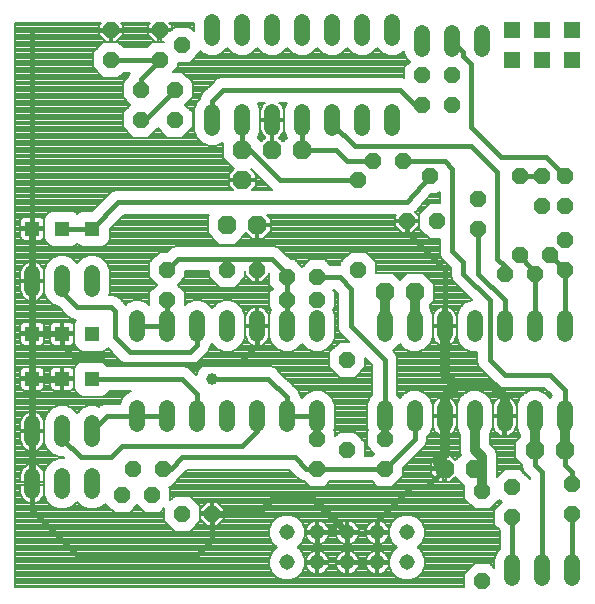
<source format=gbl>
G75*
%MOIN*%
%OFA0B0*%
%FSLAX24Y24*%
%IPPOS*%
%LPD*%
%AMOC8*
5,1,8,0,0,1.08239X$1,22.5*
%
%ADD10C,0.0520*%
%ADD11OC8,0.0520*%
%ADD12OC8,0.0630*%
%ADD13R,0.0515X0.0515*%
%ADD14C,0.0515*%
%ADD15C,0.0240*%
%ADD16C,0.0160*%
%ADD17C,0.0320*%
%ADD18C,0.0080*%
%ADD19R,0.0396X0.0396*%
%ADD20C,0.0396*%
%ADD21R,0.0560X0.0560*%
D10*
X001140Y003755D02*
X001140Y004275D01*
X002140Y004275D02*
X002140Y003755D01*
X003140Y003755D02*
X003140Y004275D01*
X003140Y005505D02*
X003140Y006025D01*
X002140Y006025D02*
X002140Y005505D01*
X001140Y005505D02*
X001140Y006025D01*
X004640Y006005D02*
X004640Y006525D01*
X005640Y006525D02*
X005640Y006005D01*
X006640Y006005D02*
X006640Y006525D01*
X007640Y006525D02*
X007640Y006005D01*
X008640Y006005D02*
X008640Y006525D01*
X009640Y006525D02*
X009640Y006005D01*
X010640Y006005D02*
X010640Y006525D01*
X012890Y006525D02*
X012890Y006005D01*
X013890Y006005D02*
X013890Y006525D01*
X014890Y006525D02*
X014890Y006005D01*
X015890Y006005D02*
X015890Y006525D01*
X016890Y006525D02*
X016890Y006005D01*
X017890Y006005D02*
X017890Y006525D01*
X018890Y006525D02*
X018890Y006005D01*
X018890Y009005D02*
X018890Y009525D01*
X017890Y009525D02*
X017890Y009005D01*
X016890Y009005D02*
X016890Y009525D01*
X015890Y009525D02*
X015890Y009005D01*
X014890Y009005D02*
X014890Y009525D01*
X013890Y009525D02*
X013890Y009005D01*
X012890Y009005D02*
X012890Y009525D01*
X010640Y009525D02*
X010640Y009005D01*
X009640Y009005D02*
X009640Y009525D01*
X008640Y009525D02*
X008640Y009005D01*
X007640Y009005D02*
X007640Y009525D01*
X006640Y009525D02*
X006640Y009005D01*
X005640Y009005D02*
X005640Y009525D01*
X004640Y009525D02*
X004640Y009005D01*
X003140Y010505D02*
X003140Y011025D01*
X002140Y011025D02*
X002140Y010505D01*
X001140Y010505D02*
X001140Y011025D01*
X007140Y015880D02*
X007140Y016400D01*
X008140Y016400D02*
X008140Y015880D01*
X009140Y015880D02*
X009140Y016400D01*
X010140Y016400D02*
X010140Y015880D01*
X011140Y015880D02*
X011140Y016400D01*
X012140Y016400D02*
X012140Y015880D01*
X013140Y015880D02*
X013140Y016400D01*
X014140Y018505D02*
X014140Y019025D01*
X015140Y019025D02*
X015140Y018505D01*
X016140Y018505D02*
X016140Y019025D01*
X013140Y018880D02*
X013140Y019400D01*
X012140Y019400D02*
X012140Y018880D01*
X011140Y018880D02*
X011140Y019400D01*
X010140Y019400D02*
X010140Y018880D01*
X009140Y018880D02*
X009140Y019400D01*
X008140Y019400D02*
X008140Y018880D01*
X007140Y018880D02*
X007140Y019400D01*
X017140Y001400D02*
X017140Y000880D01*
X018140Y000880D02*
X018140Y001400D01*
X019140Y001400D02*
X019140Y000880D01*
D11*
X017140Y002890D03*
X017140Y003890D03*
X016140Y003765D03*
X016140Y000765D03*
X019140Y003015D03*
X019140Y004015D03*
X012890Y004515D03*
X012890Y005515D03*
X011640Y005140D03*
X010640Y005515D03*
X010640Y004515D03*
X011640Y008140D03*
X010640Y010140D03*
X010640Y010890D03*
X009640Y010890D03*
X009640Y010140D03*
X008640Y011140D03*
X007640Y011140D03*
X005640Y011140D03*
X005640Y010140D03*
X005515Y004515D03*
X005140Y003640D03*
X004515Y004515D03*
X004140Y003640D03*
X006140Y003015D03*
X007140Y003015D03*
X012015Y011140D03*
X013640Y012765D03*
X014640Y012765D03*
X016015Y012515D03*
X016015Y013515D03*
X017390Y014265D03*
X018140Y014265D03*
X018890Y014265D03*
X018890Y013265D03*
X018140Y013265D03*
X018890Y012140D03*
X018390Y011640D03*
X018890Y011140D03*
X017890Y011015D03*
X017390Y011640D03*
X016890Y011015D03*
X014390Y014265D03*
X013515Y014765D03*
X012515Y014765D03*
X012015Y014140D03*
X014140Y016640D03*
X014140Y017640D03*
X015140Y017640D03*
X015140Y016640D03*
X006140Y018640D03*
X005390Y018140D03*
X005390Y019140D03*
X003765Y019140D03*
X003765Y018140D03*
X004765Y017140D03*
X004765Y016140D03*
X005890Y016140D03*
X005890Y017140D03*
D12*
X008140Y015140D03*
X008140Y014140D03*
X009140Y015140D03*
X010140Y015140D03*
X008640Y012640D03*
X007640Y012640D03*
X012890Y010390D03*
X013890Y010390D03*
X017890Y005140D03*
X018890Y005140D03*
X015890Y004515D03*
X014890Y004515D03*
D13*
X003140Y007515D03*
X002140Y007515D03*
X001140Y007515D03*
X001140Y009015D03*
X002140Y009015D03*
X003140Y009015D03*
X003140Y012515D03*
X002140Y012515D03*
X001140Y012515D03*
D14*
X009640Y002390D03*
X009640Y001390D03*
X010640Y001390D03*
X010640Y002390D03*
X011640Y002390D03*
X011640Y001390D03*
X012640Y001390D03*
X012640Y002390D03*
X013640Y002390D03*
X013640Y001390D03*
D15*
X011640Y002390D02*
X010515Y003515D01*
X009140Y003515D01*
X008640Y003015D01*
X007140Y003015D01*
X002140Y007515D02*
X001140Y007515D01*
X001140Y005765D01*
X001140Y004015D01*
X001140Y012515D01*
X001140Y010765D02*
X001140Y009015D01*
X001140Y007515D01*
D16*
X002140Y008640D02*
X002640Y008140D01*
X003515Y008140D01*
X003640Y008015D01*
X008015Y008015D01*
X008640Y008640D01*
X008640Y009265D01*
X009640Y009265D02*
X009640Y010140D01*
X009640Y010890D01*
X009640Y011015D01*
X009140Y011515D01*
X006015Y011515D01*
X005640Y011140D01*
X005640Y010140D02*
X005640Y009265D01*
X004640Y009265D01*
X003890Y008890D02*
X004390Y008390D01*
X006390Y008390D01*
X006640Y008640D01*
X006640Y009265D01*
X006140Y007515D02*
X006640Y007015D01*
X006640Y006265D01*
X005640Y006265D02*
X004640Y006265D01*
X003640Y006265D01*
X003140Y005765D01*
X002765Y004890D02*
X003765Y004890D01*
X004140Y005265D01*
X008140Y005265D01*
X008640Y005765D01*
X008640Y006265D01*
X009640Y006265D02*
X009640Y006890D01*
X009015Y007515D01*
X007140Y007515D01*
X006140Y007515D02*
X003140Y007515D01*
X002140Y008640D02*
X002140Y009015D01*
X001140Y009015D01*
X002140Y010390D02*
X002640Y009890D01*
X003765Y009890D01*
X003890Y009765D01*
X003890Y008890D01*
X002140Y010390D02*
X002140Y010765D01*
X002140Y012515D02*
X003140Y012515D01*
X004015Y013390D01*
X013640Y013390D01*
X014390Y014265D01*
X014890Y014765D02*
X015140Y014515D01*
X015140Y011765D01*
X015515Y011390D01*
X015515Y011015D01*
X016390Y010140D01*
X016390Y008140D01*
X016890Y007640D01*
X018390Y007640D01*
X018890Y007140D01*
X018890Y006265D01*
X018890Y005140D02*
X018890Y004640D01*
X019140Y004390D01*
X019140Y004015D01*
X019140Y003015D02*
X019140Y001140D01*
X018140Y001140D02*
X018140Y004390D01*
X017890Y004640D01*
X017890Y005140D01*
X017140Y002890D02*
X017140Y001140D01*
X014265Y003890D02*
X014890Y004515D01*
X014265Y003890D02*
X013765Y003890D01*
X012640Y002765D01*
X012640Y002390D01*
X012640Y001390D01*
X011640Y001390D01*
X011640Y002390D01*
X010640Y002390D01*
X010640Y001390D01*
X010640Y004515D02*
X010265Y004515D01*
X009890Y004890D01*
X006140Y004890D01*
X005765Y004515D01*
X005515Y004515D01*
X007140Y003015D02*
X007140Y002140D01*
X006640Y001640D01*
X002640Y001640D01*
X001140Y003140D01*
X001140Y004015D01*
X002140Y005515D02*
X002765Y004890D01*
X002140Y005515D02*
X002140Y005765D01*
X001140Y012515D02*
X001140Y019140D01*
X003765Y019140D01*
X005390Y019140D01*
X005390Y018140D02*
X003765Y018140D01*
X004765Y017515D02*
X004765Y017140D01*
X004765Y017515D02*
X005390Y018140D01*
X005890Y017140D02*
X004890Y016140D01*
X004765Y016140D01*
X007140Y016140D02*
X007140Y016765D01*
X007515Y017140D01*
X013390Y017140D01*
X013890Y016640D01*
X014140Y016640D01*
X015765Y015890D02*
X016765Y014890D01*
X018265Y014890D01*
X018890Y014265D01*
X018140Y014265D02*
X017390Y014265D01*
X016640Y014390D02*
X016640Y011515D01*
X016890Y011265D01*
X016890Y011015D01*
X017390Y011640D02*
X017890Y011015D01*
X017890Y009265D01*
X016890Y009265D02*
X016890Y010140D01*
X016015Y011015D01*
X016015Y012515D01*
X014890Y011140D02*
X013640Y012390D01*
X013640Y012765D01*
X014890Y011140D02*
X014890Y009265D01*
X012890Y008140D02*
X011765Y009265D01*
X011765Y010515D01*
X011390Y010890D01*
X010640Y010890D01*
X012890Y008140D02*
X012890Y006265D01*
X012890Y005515D01*
X012890Y004515D02*
X013890Y005515D01*
X013890Y006265D01*
X012890Y004515D02*
X010640Y004515D01*
X010640Y005515D02*
X010640Y006265D01*
X009640Y006265D01*
X009390Y014140D02*
X012015Y014140D01*
X011640Y014765D02*
X012515Y014765D01*
X011890Y015265D02*
X015765Y015265D01*
X016640Y014390D01*
X015765Y015890D02*
X015765Y018015D01*
X015515Y018265D01*
X015515Y018390D01*
X015140Y018765D01*
X014140Y018765D02*
X014140Y018640D01*
X011140Y016140D02*
X011140Y016015D01*
X011890Y015265D01*
X011640Y014765D02*
X011265Y015140D01*
X010140Y015140D01*
X010140Y016140D01*
X008390Y015140D02*
X009390Y014140D01*
X008390Y015140D02*
X008140Y015140D01*
X008140Y016140D01*
X013515Y014765D02*
X014890Y014765D01*
X018390Y011640D02*
X018890Y011140D01*
X018890Y009265D01*
D17*
X016890Y006890D02*
X016515Y007265D01*
X015265Y007265D01*
X014890Y007640D01*
X014890Y009265D01*
X013890Y009265D02*
X013890Y010390D01*
X012890Y010390D02*
X012890Y009265D01*
X014890Y006890D02*
X014890Y006265D01*
X014890Y005015D01*
X014640Y004765D01*
X014890Y004515D01*
X015890Y004515D02*
X016140Y004765D01*
X016140Y004890D01*
X015890Y005140D01*
X015890Y006265D01*
X016890Y006265D02*
X016890Y006890D01*
X017890Y006265D02*
X017890Y005140D01*
X018890Y005140D02*
X018890Y006265D01*
X016140Y004765D02*
X016140Y003765D01*
X014890Y006890D02*
X015265Y007265D01*
D18*
X000580Y000580D02*
X000580Y019385D01*
X003444Y019385D01*
X003365Y019306D01*
X003365Y019180D01*
X003725Y019180D01*
X003725Y019100D01*
X003805Y019100D01*
X003805Y019180D01*
X004165Y019180D01*
X004165Y019306D01*
X004086Y019385D01*
X005069Y019385D01*
X004990Y019306D01*
X004990Y019180D01*
X005350Y019180D01*
X005350Y019100D01*
X005430Y019100D01*
X005751Y019100D01*
X005891Y019240D01*
X006389Y019240D01*
X006540Y019089D01*
X006540Y019385D01*
X005711Y019385D01*
X005790Y019306D01*
X005790Y019180D01*
X005430Y019180D01*
X005430Y019100D01*
X005430Y018740D01*
X005540Y018740D01*
X005540Y018740D01*
X005141Y018740D01*
X004961Y018560D01*
X004194Y018560D01*
X004014Y018740D01*
X003516Y018740D01*
X003165Y018389D01*
X003165Y017891D01*
X003516Y017540D01*
X004014Y017540D01*
X004194Y017720D01*
X004395Y017720D01*
X004345Y017599D01*
X004345Y017569D01*
X004165Y017389D01*
X004165Y016891D01*
X004416Y016640D01*
X004165Y016389D01*
X004165Y015891D01*
X004516Y015540D01*
X005014Y015540D01*
X005327Y015854D01*
X005641Y015540D01*
X006139Y015540D01*
X006490Y015891D01*
X006490Y016389D01*
X006239Y016640D01*
X006490Y016891D01*
X006490Y017389D01*
X006139Y017740D01*
X005839Y017740D01*
X005990Y017891D01*
X005990Y018040D01*
X006389Y018040D01*
X006740Y018391D01*
X006740Y018431D01*
X006741Y018431D01*
X006740Y018431D02*
X006800Y018371D01*
X007021Y018280D01*
X007259Y018280D01*
X007480Y018371D01*
X007640Y018531D01*
X007800Y018371D01*
X008021Y018280D01*
X008259Y018280D01*
X008480Y018371D01*
X008640Y018531D01*
X008800Y018371D01*
X009021Y018280D01*
X009259Y018280D01*
X009480Y018371D01*
X009640Y018531D01*
X009800Y018371D01*
X010021Y018280D01*
X010259Y018280D01*
X010480Y018371D01*
X010640Y018531D01*
X010800Y018371D01*
X011021Y018280D01*
X011259Y018280D01*
X011480Y018371D01*
X011640Y018531D01*
X011800Y018371D01*
X012021Y018280D01*
X012259Y018280D01*
X012480Y018371D01*
X012640Y018531D01*
X012800Y018371D01*
X013021Y018280D01*
X013259Y018280D01*
X013480Y018371D01*
X013540Y018431D01*
X013539Y018431D01*
X013540Y018431D02*
X013540Y018386D01*
X013631Y018165D01*
X013724Y018073D01*
X013540Y017889D01*
X013540Y017532D01*
X013474Y017560D01*
X007431Y017560D01*
X007277Y017496D01*
X007159Y017378D01*
X006784Y017003D01*
X006720Y016849D01*
X006720Y016829D01*
X006631Y016740D01*
X006540Y016519D01*
X006540Y015761D01*
X006631Y015540D01*
X006800Y015371D01*
X007021Y015280D01*
X007259Y015280D01*
X007480Y015371D01*
X007485Y015376D01*
X007485Y014869D01*
X007855Y014499D01*
X007685Y014328D01*
X007685Y014180D01*
X008100Y014180D01*
X008100Y014100D01*
X007685Y014100D01*
X007685Y013952D01*
X007827Y013810D01*
X003931Y013810D01*
X003777Y013746D01*
X003144Y013112D01*
X002815Y013112D01*
X002690Y013061D01*
X002640Y013011D01*
X002590Y013061D01*
X002465Y013112D01*
X001815Y013112D01*
X001690Y013061D01*
X001594Y012965D01*
X001543Y012840D01*
X001543Y012190D01*
X001594Y012065D01*
X001690Y011969D01*
X001815Y011918D01*
X002465Y011918D01*
X002590Y011969D01*
X002640Y012019D01*
X002690Y011969D01*
X002815Y011918D01*
X003465Y011918D01*
X003590Y011969D01*
X003686Y012065D01*
X003737Y012190D01*
X003737Y012519D01*
X004189Y012970D01*
X007044Y012970D01*
X006985Y012911D01*
X006985Y012369D01*
X007369Y011985D01*
X007911Y011985D01*
X008281Y012355D01*
X008452Y012185D01*
X008600Y012185D01*
X008600Y012600D01*
X008680Y012600D01*
X008680Y012680D01*
X009095Y012680D01*
X009095Y012828D01*
X008953Y012970D01*
X013279Y012970D01*
X013240Y012931D01*
X013240Y012805D01*
X013600Y012805D01*
X013600Y012725D01*
X013680Y012725D01*
X013680Y012805D01*
X014040Y012805D01*
X014040Y012931D01*
X013910Y013060D01*
X013948Y013104D01*
X013996Y013152D01*
X014002Y013167D01*
X014429Y013665D01*
X014639Y013665D01*
X014720Y013746D01*
X014720Y013365D01*
X014391Y013365D01*
X014040Y013014D01*
X014040Y012516D01*
X014391Y012165D01*
X014720Y012165D01*
X014720Y011681D01*
X014784Y011527D01*
X015095Y011216D01*
X015095Y010931D01*
X015159Y010777D01*
X015811Y010125D01*
X015771Y010125D01*
X015550Y010034D01*
X015381Y009865D01*
X015290Y009644D01*
X015290Y008886D01*
X015381Y008665D01*
X015550Y008496D01*
X015771Y008405D01*
X015970Y008405D01*
X015970Y008056D01*
X016034Y007902D01*
X016534Y007402D01*
X016652Y007284D01*
X016806Y007220D01*
X018216Y007220D01*
X018470Y006966D01*
X018470Y006954D01*
X018390Y006874D01*
X018230Y007034D01*
X018009Y007125D01*
X017771Y007125D01*
X017550Y007034D01*
X017381Y006865D01*
X017290Y006644D01*
X017290Y005886D01*
X017381Y005665D01*
X017390Y005656D01*
X017390Y005566D01*
X017235Y005411D01*
X017235Y004869D01*
X017470Y004634D01*
X017470Y004556D01*
X017534Y004402D01*
X017652Y004284D01*
X017720Y004216D01*
X017720Y004159D01*
X017389Y004490D01*
X016891Y004490D01*
X016640Y004239D01*
X016640Y004989D01*
X016564Y005173D01*
X016390Y005347D01*
X016390Y005656D01*
X016399Y005665D01*
X016490Y005886D01*
X016490Y006644D01*
X016399Y006865D01*
X016230Y007034D01*
X016009Y007125D01*
X015771Y007125D01*
X015550Y007034D01*
X015381Y006865D01*
X015290Y006644D01*
X015290Y005886D01*
X015381Y005665D01*
X015390Y005656D01*
X015390Y005041D01*
X015419Y004970D01*
X015249Y004800D01*
X015078Y004970D01*
X014930Y004970D01*
X014930Y004555D01*
X014850Y004555D01*
X014850Y004970D01*
X014702Y004970D01*
X014435Y004703D01*
X014435Y004555D01*
X014850Y004555D01*
X014850Y004475D01*
X014930Y004475D01*
X014930Y004060D01*
X015078Y004060D01*
X015249Y004230D01*
X015540Y003939D01*
X015540Y003516D01*
X015891Y003165D01*
X016389Y003165D01*
X016703Y003479D01*
X016791Y003390D01*
X016540Y003139D01*
X016540Y002641D01*
X016720Y002461D01*
X016720Y001829D01*
X016631Y001740D01*
X016540Y001519D01*
X016540Y001214D01*
X016389Y001365D01*
X015891Y001365D01*
X015540Y001014D01*
X015540Y000580D01*
X000580Y000580D01*
X000580Y000611D02*
X015540Y000611D01*
X015540Y000690D02*
X000580Y000690D01*
X000580Y000768D02*
X015540Y000768D01*
X015540Y000847D02*
X013889Y000847D01*
X013978Y000883D02*
X014147Y001052D01*
X014237Y001271D01*
X014237Y001509D01*
X014147Y001728D01*
X013985Y001890D01*
X014147Y002052D01*
X014237Y002271D01*
X014237Y002509D01*
X014147Y002728D01*
X013978Y002897D01*
X013759Y002987D01*
X013521Y002987D01*
X013302Y002897D01*
X013133Y002728D01*
X013043Y002509D01*
X013043Y002271D01*
X013133Y002052D01*
X013295Y001890D01*
X013133Y001728D01*
X013043Y001509D01*
X013043Y001271D01*
X013133Y001052D01*
X013302Y000883D01*
X013521Y000793D01*
X013759Y000793D01*
X013978Y000883D01*
X014020Y000925D02*
X015540Y000925D01*
X015540Y001004D02*
X014098Y001004D01*
X014159Y001082D02*
X015608Y001082D01*
X015687Y001161D02*
X014192Y001161D01*
X014224Y001239D02*
X015765Y001239D01*
X015844Y001318D02*
X014237Y001318D01*
X014237Y001396D02*
X016540Y001396D01*
X016540Y001318D02*
X016436Y001318D01*
X016515Y001239D02*
X016540Y001239D01*
X016540Y001475D02*
X014237Y001475D01*
X014219Y001553D02*
X016554Y001553D01*
X016586Y001632D02*
X014187Y001632D01*
X014154Y001710D02*
X016619Y001710D01*
X016680Y001789D02*
X014086Y001789D01*
X014008Y001867D02*
X016720Y001867D01*
X016720Y001946D02*
X014040Y001946D01*
X014119Y002024D02*
X016720Y002024D01*
X016720Y002103D02*
X014168Y002103D01*
X014200Y002181D02*
X016720Y002181D01*
X016720Y002260D02*
X014233Y002260D01*
X014237Y002338D02*
X016720Y002338D01*
X016720Y002417D02*
X014237Y002417D01*
X014237Y002495D02*
X016686Y002495D01*
X016608Y002574D02*
X014211Y002574D01*
X014178Y002652D02*
X016540Y002652D01*
X016540Y002731D02*
X014144Y002731D01*
X014066Y002809D02*
X016540Y002809D01*
X016540Y002888D02*
X013987Y002888D01*
X013811Y002966D02*
X016540Y002966D01*
X016540Y003045D02*
X007180Y003045D01*
X007180Y003055D02*
X007540Y003055D01*
X007540Y003181D01*
X007306Y003415D01*
X007180Y003415D01*
X007180Y003055D01*
X007180Y002975D01*
X007540Y002975D01*
X007540Y002849D01*
X007306Y002615D01*
X007180Y002615D01*
X007180Y002975D01*
X007100Y002975D01*
X007100Y002615D01*
X006974Y002615D01*
X006740Y002849D01*
X006740Y002975D01*
X007100Y002975D01*
X007100Y003055D01*
X007100Y003415D01*
X006974Y003415D01*
X006740Y003181D01*
X006740Y003055D01*
X007100Y003055D01*
X007180Y003055D01*
X007180Y003123D02*
X007100Y003123D01*
X007100Y003045D02*
X006740Y003045D01*
X006740Y003123D02*
X006740Y003123D01*
X006740Y003202D02*
X006761Y003202D01*
X006740Y003264D02*
X006389Y003615D01*
X005891Y003615D01*
X005740Y003464D01*
X005740Y003889D01*
X005714Y003915D01*
X005764Y003915D01*
X006115Y004266D01*
X006115Y004271D01*
X006314Y004470D01*
X009716Y004470D01*
X009909Y004277D01*
X010027Y004159D01*
X010181Y004095D01*
X010211Y004095D01*
X010391Y003915D01*
X010889Y003915D01*
X011069Y004095D01*
X012461Y004095D01*
X012641Y003915D01*
X013139Y003915D01*
X013490Y004266D01*
X013490Y004521D01*
X014128Y005159D01*
X014246Y005277D01*
X014310Y005431D01*
X014310Y005576D01*
X014399Y005665D01*
X014490Y005886D01*
X014490Y006644D01*
X014399Y006865D01*
X014230Y007034D01*
X014009Y007125D01*
X013771Y007125D01*
X013550Y007034D01*
X013390Y006874D01*
X013310Y006954D01*
X013310Y008224D01*
X013246Y008378D01*
X013158Y008466D01*
X013230Y008496D01*
X013390Y008656D01*
X013550Y008496D01*
X013771Y008405D01*
X014009Y008405D01*
X014230Y008496D01*
X014399Y008665D01*
X014490Y008886D01*
X014490Y009644D01*
X014399Y009865D01*
X014390Y009874D01*
X014692Y009874D01*
X014701Y009879D02*
X014635Y009836D01*
X014579Y009780D01*
X014536Y009714D01*
X014505Y009642D01*
X014490Y009564D01*
X014490Y009305D01*
X014850Y009305D01*
X014850Y009925D01*
X014773Y009910D01*
X014701Y009879D01*
X014595Y009796D02*
X014427Y009796D01*
X014460Y009717D02*
X014537Y009717D01*
X014505Y009639D02*
X014490Y009639D01*
X014490Y009560D02*
X014490Y009560D01*
X014490Y009482D02*
X014490Y009482D01*
X014490Y009403D02*
X014490Y009403D01*
X014490Y009325D02*
X014490Y009325D01*
X014490Y009246D02*
X014850Y009246D01*
X014850Y009225D02*
X014490Y009225D01*
X014490Y008966D01*
X014505Y008888D01*
X014536Y008816D01*
X014579Y008750D01*
X014635Y008694D01*
X014701Y008651D01*
X014773Y008620D01*
X014850Y008605D01*
X014850Y009225D01*
X014930Y009225D01*
X014930Y009305D01*
X015290Y009305D01*
X015290Y009564D01*
X015275Y009642D01*
X015244Y009714D01*
X015201Y009780D01*
X015145Y009836D01*
X015079Y009879D01*
X015007Y009910D01*
X014930Y009925D01*
X014930Y009305D01*
X014850Y009305D01*
X014850Y009225D01*
X014850Y009168D02*
X014930Y009168D01*
X014930Y009225D02*
X014930Y008605D01*
X015007Y008620D01*
X015079Y008651D01*
X015145Y008694D01*
X015201Y008750D01*
X015244Y008816D01*
X015275Y008888D01*
X015290Y008966D01*
X015290Y009225D01*
X014930Y009225D01*
X014930Y009246D02*
X015290Y009246D01*
X015290Y009168D02*
X015290Y009168D01*
X015290Y009089D02*
X015290Y009089D01*
X015290Y009011D02*
X015290Y009011D01*
X015283Y008932D02*
X015290Y008932D01*
X015303Y008854D02*
X015260Y008854D01*
X015217Y008775D02*
X015336Y008775D01*
X015368Y008697D02*
X015147Y008697D01*
X014995Y008618D02*
X015428Y008618D01*
X015507Y008540D02*
X014273Y008540D01*
X014352Y008618D02*
X014785Y008618D01*
X014850Y008618D02*
X014930Y008618D01*
X014930Y008697D02*
X014850Y008697D01*
X014850Y008775D02*
X014930Y008775D01*
X014930Y008854D02*
X014850Y008854D01*
X014850Y008932D02*
X014930Y008932D01*
X014930Y009011D02*
X014850Y009011D01*
X014850Y009089D02*
X014930Y009089D01*
X014930Y009325D02*
X014850Y009325D01*
X014850Y009403D02*
X014930Y009403D01*
X014930Y009482D02*
X014850Y009482D01*
X014850Y009560D02*
X014930Y009560D01*
X014930Y009639D02*
X014850Y009639D01*
X014850Y009717D02*
X014930Y009717D01*
X014930Y009796D02*
X014850Y009796D01*
X014850Y009874D02*
X014930Y009874D01*
X015088Y009874D02*
X015391Y009874D01*
X015353Y009796D02*
X015185Y009796D01*
X015243Y009717D02*
X015320Y009717D01*
X015290Y009639D02*
X015275Y009639D01*
X015290Y009560D02*
X015290Y009560D01*
X015290Y009482D02*
X015290Y009482D01*
X015290Y009403D02*
X015290Y009403D01*
X015290Y009325D02*
X015290Y009325D01*
X015469Y009953D02*
X014390Y009953D01*
X014390Y009964D02*
X014545Y010119D01*
X014545Y010661D01*
X014161Y011045D01*
X013619Y011045D01*
X013390Y010816D01*
X013161Y011045D01*
X012619Y011045D01*
X012615Y011041D01*
X012615Y011389D01*
X012264Y011740D01*
X011766Y011740D01*
X011415Y011389D01*
X011415Y011310D01*
X011069Y011310D01*
X010889Y011490D01*
X010391Y011490D01*
X010140Y011239D01*
X009889Y011490D01*
X009759Y011490D01*
X009496Y011753D01*
X009378Y011871D01*
X009224Y011935D01*
X005931Y011935D01*
X005777Y011871D01*
X005646Y011740D01*
X005391Y011740D01*
X005040Y011389D01*
X005040Y010891D01*
X005291Y010640D01*
X005040Y010389D01*
X005040Y009974D01*
X004980Y010034D01*
X004759Y010125D01*
X004521Y010125D01*
X004300Y010034D01*
X004253Y009986D01*
X004246Y010003D01*
X004128Y010121D01*
X004003Y010246D01*
X003849Y010310D01*
X003709Y010310D01*
X003740Y010386D01*
X003740Y011144D01*
X003649Y011365D01*
X003480Y011534D01*
X003259Y011625D01*
X003021Y011625D01*
X002800Y011534D01*
X002640Y011374D01*
X002480Y011534D01*
X002259Y011625D01*
X002021Y011625D01*
X001800Y011534D01*
X001631Y011365D01*
X001540Y011144D01*
X001540Y010386D01*
X001631Y010165D01*
X001800Y009996D01*
X002021Y009905D01*
X002031Y009905D01*
X002284Y009652D01*
X002402Y009534D01*
X002556Y009470D01*
X002599Y009470D01*
X002594Y009465D01*
X002543Y009340D01*
X002543Y008690D01*
X002594Y008565D01*
X002690Y008469D01*
X002815Y008418D01*
X003465Y008418D01*
X003590Y008469D01*
X003653Y008533D01*
X004034Y008152D01*
X004152Y008034D01*
X004306Y007970D01*
X006474Y007970D01*
X006628Y008034D01*
X006878Y008284D01*
X006996Y008402D01*
X007060Y008556D01*
X007060Y008576D01*
X007140Y008656D01*
X007300Y008496D01*
X007521Y008405D01*
X007759Y008405D01*
X007980Y008496D01*
X008149Y008665D01*
X008240Y008886D01*
X008240Y009644D01*
X008149Y009865D01*
X007980Y010034D01*
X007759Y010125D01*
X007521Y010125D01*
X007300Y010034D01*
X007140Y009874D01*
X006980Y010034D01*
X006759Y010125D01*
X006521Y010125D01*
X006300Y010034D01*
X006240Y009974D01*
X006240Y010389D01*
X005989Y010640D01*
X006240Y010891D01*
X006240Y011095D01*
X007040Y011095D01*
X007040Y010891D01*
X007391Y010540D01*
X007889Y010540D01*
X008240Y010891D01*
X008240Y011095D01*
X008240Y010974D01*
X008474Y010740D01*
X008600Y010740D01*
X008600Y011095D01*
X008680Y011095D01*
X008680Y010740D01*
X008806Y010740D01*
X009040Y010974D01*
X009040Y011021D01*
X009040Y010641D01*
X009166Y010515D01*
X009040Y010389D01*
X009040Y009891D01*
X009112Y009819D01*
X009040Y009644D01*
X009040Y008886D01*
X009131Y008665D01*
X009300Y008496D01*
X009521Y008405D01*
X009759Y008405D01*
X009980Y008496D01*
X010140Y008656D01*
X010300Y008496D01*
X010521Y008405D01*
X010759Y008405D01*
X010980Y008496D01*
X011149Y008665D01*
X011240Y008886D01*
X011240Y009644D01*
X011168Y009819D01*
X011240Y009891D01*
X011240Y010389D01*
X011159Y010470D01*
X011216Y010470D01*
X011345Y010341D01*
X011345Y009181D01*
X011409Y009027D01*
X011527Y008909D01*
X011696Y008740D01*
X011391Y008740D01*
X011040Y008389D01*
X011040Y007891D01*
X011391Y007540D01*
X011889Y007540D01*
X012240Y007891D01*
X012240Y008196D01*
X012470Y007966D01*
X012470Y006954D01*
X012381Y006865D01*
X012290Y006644D01*
X012290Y005886D01*
X012326Y005799D01*
X012290Y005764D01*
X012290Y005266D01*
X012541Y005015D01*
X012461Y004935D01*
X012240Y004935D01*
X012240Y005389D01*
X011889Y005740D01*
X011391Y005740D01*
X011240Y005589D01*
X011240Y005764D01*
X011204Y005799D01*
X011240Y005886D01*
X011240Y006644D01*
X011149Y006865D01*
X010980Y007034D01*
X010759Y007125D01*
X010521Y007125D01*
X010300Y007034D01*
X010140Y006874D01*
X010060Y006954D01*
X010060Y006974D01*
X009996Y007128D01*
X009371Y007753D01*
X009253Y007871D01*
X009099Y007935D01*
X007481Y007935D01*
X007445Y007971D01*
X007247Y008053D01*
X007033Y008053D01*
X006835Y007971D01*
X006684Y007820D01*
X006609Y007640D01*
X006378Y007871D01*
X006224Y007935D01*
X003698Y007935D01*
X003686Y007965D01*
X003590Y008061D01*
X003465Y008112D01*
X002815Y008112D01*
X002690Y008061D01*
X002594Y007965D01*
X002543Y007840D01*
X002543Y007190D01*
X002594Y007065D01*
X002690Y006969D01*
X002815Y006918D01*
X003465Y006918D01*
X003590Y006969D01*
X003686Y007065D01*
X003698Y007095D01*
X004448Y007095D01*
X004300Y007034D01*
X004131Y006865D01*
X004057Y006685D01*
X003556Y006685D01*
X003402Y006621D01*
X003363Y006582D01*
X003259Y006625D01*
X003021Y006625D01*
X002800Y006534D01*
X002640Y006374D01*
X002480Y006534D01*
X002259Y006625D01*
X002021Y006625D01*
X001800Y006534D01*
X001631Y006365D01*
X001540Y006144D01*
X001540Y005386D01*
X001631Y005165D01*
X001800Y004996D01*
X002021Y004905D01*
X002156Y004905D01*
X002186Y004875D01*
X002021Y004875D01*
X001800Y004784D01*
X001631Y004615D01*
X001540Y004394D01*
X001540Y003636D01*
X001631Y003415D01*
X001800Y003246D01*
X002021Y003155D01*
X002259Y003155D01*
X002480Y003246D01*
X002640Y003406D01*
X002800Y003246D01*
X003021Y003155D01*
X003259Y003155D01*
X003480Y003246D01*
X003583Y003349D01*
X003891Y003040D01*
X004389Y003040D01*
X004640Y003291D01*
X004891Y003040D01*
X005389Y003040D01*
X005540Y003191D01*
X005540Y002766D01*
X005891Y002415D01*
X006389Y002415D01*
X006740Y002766D01*
X006740Y003264D01*
X006724Y003280D02*
X006839Y003280D01*
X006918Y003359D02*
X006645Y003359D01*
X006567Y003437D02*
X015619Y003437D01*
X015541Y003516D02*
X006488Y003516D01*
X006410Y003594D02*
X015540Y003594D01*
X015540Y003673D02*
X005740Y003673D01*
X005740Y003751D02*
X015540Y003751D01*
X015540Y003830D02*
X005740Y003830D01*
X005721Y003908D02*
X015540Y003908D01*
X015492Y003987D02*
X013210Y003987D01*
X013289Y004065D02*
X014697Y004065D01*
X014702Y004060D02*
X014850Y004060D01*
X014850Y004475D01*
X014435Y004475D01*
X014435Y004327D01*
X014702Y004060D01*
X014618Y004144D02*
X013367Y004144D01*
X013446Y004222D02*
X014540Y004222D01*
X014461Y004301D02*
X013490Y004301D01*
X013490Y004379D02*
X014435Y004379D01*
X014435Y004458D02*
X013490Y004458D01*
X013505Y004536D02*
X014850Y004536D01*
X014850Y004458D02*
X014930Y004458D01*
X014930Y004379D02*
X014850Y004379D01*
X014850Y004301D02*
X014930Y004301D01*
X014930Y004222D02*
X014850Y004222D01*
X014850Y004144D02*
X014930Y004144D01*
X014930Y004065D02*
X014850Y004065D01*
X015083Y004065D02*
X015414Y004065D01*
X015335Y004144D02*
X015162Y004144D01*
X015240Y004222D02*
X015257Y004222D01*
X014930Y004615D02*
X014850Y004615D01*
X014850Y004693D02*
X014930Y004693D01*
X014930Y004772D02*
X014850Y004772D01*
X014850Y004850D02*
X014930Y004850D01*
X014930Y004929D02*
X014850Y004929D01*
X014660Y004929D02*
X013897Y004929D01*
X013976Y005007D02*
X015404Y005007D01*
X015390Y005086D02*
X014054Y005086D01*
X014128Y005159D02*
X014128Y005159D01*
X014133Y005164D02*
X015390Y005164D01*
X015390Y005243D02*
X014211Y005243D01*
X014264Y005321D02*
X015390Y005321D01*
X015390Y005400D02*
X014297Y005400D01*
X014310Y005478D02*
X015390Y005478D01*
X015390Y005557D02*
X014310Y005557D01*
X014369Y005635D02*
X014738Y005635D01*
X014773Y005620D02*
X014850Y005605D01*
X014850Y006225D01*
X014930Y006225D01*
X014930Y006305D01*
X015290Y006305D01*
X015290Y006564D01*
X015275Y006642D01*
X015244Y006714D01*
X015201Y006780D01*
X015145Y006836D01*
X015079Y006879D01*
X015007Y006910D01*
X014930Y006925D01*
X014930Y006305D01*
X014850Y006305D01*
X014850Y006925D01*
X014773Y006910D01*
X014701Y006879D01*
X014635Y006836D01*
X014579Y006780D01*
X014536Y006714D01*
X014505Y006642D01*
X014490Y006564D01*
X014490Y006305D01*
X014850Y006305D01*
X014850Y006225D01*
X014490Y006225D01*
X014490Y005966D01*
X014505Y005888D01*
X014536Y005816D01*
X014579Y005750D01*
X014635Y005694D01*
X014701Y005651D01*
X014773Y005620D01*
X014850Y005635D02*
X014930Y005635D01*
X014930Y005605D02*
X015007Y005620D01*
X015079Y005651D01*
X015145Y005694D01*
X015201Y005750D01*
X015244Y005816D01*
X015275Y005888D01*
X015290Y005966D01*
X015290Y006225D01*
X014930Y006225D01*
X014930Y005605D01*
X014930Y005714D02*
X014850Y005714D01*
X014850Y005792D02*
X014930Y005792D01*
X014930Y005871D02*
X014850Y005871D01*
X014850Y005949D02*
X014930Y005949D01*
X014930Y006028D02*
X014850Y006028D01*
X014850Y006106D02*
X014930Y006106D01*
X014930Y006185D02*
X014850Y006185D01*
X014850Y006263D02*
X014490Y006263D01*
X014490Y006185D02*
X014490Y006185D01*
X014490Y006106D02*
X014490Y006106D01*
X014490Y006028D02*
X014490Y006028D01*
X014490Y005949D02*
X014493Y005949D01*
X014484Y005871D02*
X014513Y005871D01*
X014551Y005792D02*
X014451Y005792D01*
X014419Y005714D02*
X014616Y005714D01*
X015042Y005635D02*
X015390Y005635D01*
X015361Y005714D02*
X015164Y005714D01*
X015229Y005792D02*
X015329Y005792D01*
X015296Y005871D02*
X015267Y005871D01*
X015287Y005949D02*
X015290Y005949D01*
X015290Y006028D02*
X015290Y006028D01*
X015290Y006106D02*
X015290Y006106D01*
X015290Y006185D02*
X015290Y006185D01*
X015290Y006263D02*
X014930Y006263D01*
X014930Y006342D02*
X014850Y006342D01*
X014850Y006420D02*
X014930Y006420D01*
X014930Y006499D02*
X014850Y006499D01*
X014850Y006577D02*
X014930Y006577D01*
X014930Y006656D02*
X014850Y006656D01*
X014850Y006734D02*
X014930Y006734D01*
X014930Y006813D02*
X014850Y006813D01*
X014850Y006891D02*
X014930Y006891D01*
X015052Y006891D02*
X015407Y006891D01*
X015360Y006813D02*
X015168Y006813D01*
X015231Y006734D02*
X015327Y006734D01*
X015295Y006656D02*
X015269Y006656D01*
X015287Y006577D02*
X015290Y006577D01*
X015290Y006499D02*
X015290Y006499D01*
X015290Y006420D02*
X015290Y006420D01*
X015290Y006342D02*
X015290Y006342D01*
X015486Y006970D02*
X014294Y006970D01*
X014373Y006891D02*
X014728Y006891D01*
X014612Y006813D02*
X014420Y006813D01*
X014453Y006734D02*
X014549Y006734D01*
X014511Y006656D02*
X014485Y006656D01*
X014490Y006577D02*
X014493Y006577D01*
X014490Y006499D02*
X014490Y006499D01*
X014490Y006420D02*
X014490Y006420D01*
X014490Y006342D02*
X014490Y006342D01*
X014195Y007048D02*
X015585Y007048D01*
X016195Y007048D02*
X017585Y007048D01*
X017486Y006970D02*
X016294Y006970D01*
X016373Y006891D02*
X016728Y006891D01*
X016701Y006879D02*
X016635Y006836D01*
X016579Y006780D01*
X016536Y006714D01*
X016505Y006642D01*
X016490Y006564D01*
X016490Y006305D01*
X016850Y006305D01*
X016850Y006925D01*
X016773Y006910D01*
X016701Y006879D01*
X016612Y006813D02*
X016420Y006813D01*
X016453Y006734D02*
X016549Y006734D01*
X016511Y006656D02*
X016485Y006656D01*
X016490Y006577D02*
X016493Y006577D01*
X016490Y006499D02*
X016490Y006499D01*
X016490Y006420D02*
X016490Y006420D01*
X016490Y006342D02*
X016490Y006342D01*
X016490Y006263D02*
X016850Y006263D01*
X016850Y006225D02*
X016490Y006225D01*
X016490Y005966D01*
X016505Y005888D01*
X016536Y005816D01*
X016579Y005750D01*
X016635Y005694D01*
X016701Y005651D01*
X016773Y005620D01*
X016850Y005605D01*
X016850Y006225D01*
X016930Y006225D01*
X016930Y006305D01*
X017290Y006305D01*
X017290Y006564D01*
X017275Y006642D01*
X017244Y006714D01*
X017201Y006780D01*
X017145Y006836D01*
X017079Y006879D01*
X017007Y006910D01*
X016930Y006925D01*
X016930Y006305D01*
X016850Y006305D01*
X016850Y006225D01*
X016850Y006185D02*
X016930Y006185D01*
X016930Y006225D02*
X016930Y005605D01*
X017007Y005620D01*
X017079Y005651D01*
X017145Y005694D01*
X017201Y005750D01*
X017244Y005816D01*
X017275Y005888D01*
X017290Y005966D01*
X017290Y006225D01*
X016930Y006225D01*
X016930Y006263D02*
X017290Y006263D01*
X017290Y006185D02*
X017290Y006185D01*
X017290Y006106D02*
X017290Y006106D01*
X017290Y006028D02*
X017290Y006028D01*
X017287Y005949D02*
X017290Y005949D01*
X017296Y005871D02*
X017267Y005871D01*
X017229Y005792D02*
X017329Y005792D01*
X017361Y005714D02*
X017164Y005714D01*
X017042Y005635D02*
X017390Y005635D01*
X017380Y005557D02*
X016390Y005557D01*
X016390Y005635D02*
X016738Y005635D01*
X016850Y005635D02*
X016930Y005635D01*
X016930Y005714D02*
X016850Y005714D01*
X016850Y005792D02*
X016930Y005792D01*
X016930Y005871D02*
X016850Y005871D01*
X016850Y005949D02*
X016930Y005949D01*
X016930Y006028D02*
X016850Y006028D01*
X016850Y006106D02*
X016930Y006106D01*
X016930Y006342D02*
X016850Y006342D01*
X016850Y006420D02*
X016930Y006420D01*
X016930Y006499D02*
X016850Y006499D01*
X016850Y006577D02*
X016930Y006577D01*
X016930Y006656D02*
X016850Y006656D01*
X016850Y006734D02*
X016930Y006734D01*
X016930Y006813D02*
X016850Y006813D01*
X016850Y006891D02*
X016930Y006891D01*
X017052Y006891D02*
X017407Y006891D01*
X017360Y006813D02*
X017168Y006813D01*
X017231Y006734D02*
X017327Y006734D01*
X017295Y006656D02*
X017269Y006656D01*
X017287Y006577D02*
X017290Y006577D01*
X017290Y006499D02*
X017290Y006499D01*
X017290Y006420D02*
X017290Y006420D01*
X017290Y006342D02*
X017290Y006342D01*
X016490Y006185D02*
X016490Y006185D01*
X016490Y006106D02*
X016490Y006106D01*
X016490Y006028D02*
X016490Y006028D01*
X016490Y005949D02*
X016493Y005949D01*
X016484Y005871D02*
X016513Y005871D01*
X016551Y005792D02*
X016451Y005792D01*
X016419Y005714D02*
X016616Y005714D01*
X016390Y005478D02*
X017302Y005478D01*
X017235Y005400D02*
X016390Y005400D01*
X016416Y005321D02*
X017235Y005321D01*
X017235Y005243D02*
X016495Y005243D01*
X016568Y005164D02*
X017235Y005164D01*
X017235Y005086D02*
X016600Y005086D01*
X016633Y005007D02*
X017235Y005007D01*
X017235Y004929D02*
X016640Y004929D01*
X016640Y004850D02*
X017254Y004850D01*
X017332Y004772D02*
X016640Y004772D01*
X016640Y004693D02*
X017411Y004693D01*
X017470Y004615D02*
X016640Y004615D01*
X016640Y004536D02*
X017478Y004536D01*
X017511Y004458D02*
X017421Y004458D01*
X017500Y004379D02*
X017557Y004379D01*
X017578Y004301D02*
X017636Y004301D01*
X017657Y004222D02*
X017714Y004222D01*
X016859Y004458D02*
X016640Y004458D01*
X016640Y004379D02*
X016780Y004379D01*
X016702Y004301D02*
X016640Y004301D01*
X016661Y003437D02*
X016744Y003437D01*
X016760Y003359D02*
X016582Y003359D01*
X016504Y003280D02*
X016681Y003280D01*
X016603Y003202D02*
X016425Y003202D01*
X016540Y003123D02*
X007540Y003123D01*
X007519Y003202D02*
X015855Y003202D01*
X015776Y003280D02*
X007441Y003280D01*
X007362Y003359D02*
X015698Y003359D01*
X014435Y004615D02*
X013583Y004615D01*
X013662Y004693D02*
X014435Y004693D01*
X014503Y004772D02*
X013740Y004772D01*
X013819Y004850D02*
X014582Y004850D01*
X015120Y004929D02*
X015377Y004929D01*
X015299Y004850D02*
X015198Y004850D01*
X013469Y002966D02*
X009811Y002966D01*
X009759Y002987D02*
X009521Y002987D01*
X009302Y002897D01*
X009133Y002728D01*
X009043Y002509D01*
X009043Y002271D01*
X009133Y002052D01*
X009295Y001890D01*
X009133Y001728D01*
X009043Y001509D01*
X009043Y001271D01*
X009133Y001052D01*
X009302Y000883D01*
X009521Y000793D01*
X009759Y000793D01*
X009978Y000883D01*
X010147Y001052D01*
X010237Y001271D01*
X010237Y001509D01*
X010147Y001728D01*
X009985Y001890D01*
X010147Y002052D01*
X010237Y002271D01*
X010237Y002509D01*
X010147Y002728D01*
X009978Y002897D01*
X009759Y002987D01*
X009987Y002888D02*
X013293Y002888D01*
X013214Y002809D02*
X010066Y002809D01*
X010144Y002731D02*
X010434Y002731D01*
X010452Y002742D02*
X010387Y002699D01*
X010331Y002643D01*
X010288Y002578D01*
X010258Y002506D01*
X010243Y002429D01*
X010243Y002429D01*
X010601Y002429D01*
X010601Y002787D01*
X010524Y002772D01*
X010452Y002742D01*
X010340Y002652D02*
X010178Y002652D01*
X010211Y002574D02*
X010286Y002574D01*
X010256Y002495D02*
X010237Y002495D01*
X010237Y002417D02*
X010601Y002417D01*
X010601Y002429D02*
X010601Y002351D01*
X010243Y002351D01*
X010258Y002274D01*
X010288Y002202D01*
X010331Y002137D01*
X010387Y002081D01*
X010452Y002038D01*
X010524Y002008D01*
X010601Y001993D01*
X010601Y001993D01*
X010601Y002351D01*
X010679Y002351D01*
X010679Y002429D01*
X010601Y002429D01*
X010601Y002495D02*
X010679Y002495D01*
X010679Y002429D02*
X010679Y002787D01*
X010679Y002787D01*
X010756Y002772D01*
X010828Y002742D01*
X010893Y002699D01*
X010949Y002643D01*
X010992Y002578D01*
X011022Y002506D01*
X011037Y002429D01*
X011037Y002429D01*
X010679Y002429D01*
X010679Y002417D02*
X011601Y002417D01*
X011601Y002429D02*
X011601Y002351D01*
X011243Y002351D01*
X011258Y002274D01*
X011288Y002202D01*
X011331Y002137D01*
X011387Y002081D01*
X011452Y002038D01*
X011524Y002008D01*
X011601Y001993D01*
X011601Y001993D01*
X011601Y002351D01*
X011679Y002351D01*
X011679Y002429D01*
X011601Y002429D01*
X011601Y002787D01*
X011524Y002772D01*
X011452Y002742D01*
X011387Y002699D01*
X011331Y002643D01*
X011288Y002578D01*
X011258Y002506D01*
X011243Y002429D01*
X011243Y002429D01*
X011601Y002429D01*
X011601Y002495D02*
X011679Y002495D01*
X011679Y002429D02*
X011679Y002787D01*
X011679Y002787D01*
X011756Y002772D01*
X011828Y002742D01*
X011893Y002699D01*
X011949Y002643D01*
X011992Y002578D01*
X012022Y002506D01*
X012037Y002429D01*
X012037Y002429D01*
X011679Y002429D01*
X011679Y002417D02*
X012601Y002417D01*
X012601Y002429D02*
X012601Y002351D01*
X012243Y002351D01*
X012258Y002274D01*
X012288Y002202D01*
X012331Y002137D01*
X012387Y002081D01*
X012452Y002038D01*
X012524Y002008D01*
X012601Y001993D01*
X012601Y001993D01*
X012601Y002351D01*
X012679Y002351D01*
X012679Y002429D01*
X012601Y002429D01*
X012601Y002787D01*
X012524Y002772D01*
X012452Y002742D01*
X012387Y002699D01*
X012331Y002643D01*
X012288Y002578D01*
X012258Y002506D01*
X012243Y002429D01*
X012243Y002429D01*
X012601Y002429D01*
X012601Y002495D02*
X012679Y002495D01*
X012679Y002429D02*
X012679Y002787D01*
X012679Y002787D01*
X012756Y002772D01*
X012828Y002742D01*
X012893Y002699D01*
X012949Y002643D01*
X012992Y002578D01*
X013022Y002506D01*
X013037Y002429D01*
X013037Y002429D01*
X012679Y002429D01*
X012679Y002417D02*
X013043Y002417D01*
X013037Y002351D02*
X012679Y002351D01*
X012679Y001993D01*
X012756Y002008D01*
X012828Y002038D01*
X012893Y002081D01*
X012949Y002137D01*
X012992Y002202D01*
X013022Y002274D01*
X013037Y002351D01*
X013037Y002351D01*
X013035Y002338D02*
X013043Y002338D01*
X013047Y002260D02*
X013016Y002260D01*
X012978Y002181D02*
X013080Y002181D01*
X013112Y002103D02*
X012915Y002103D01*
X012795Y002024D02*
X013161Y002024D01*
X013240Y001946D02*
X010040Y001946D01*
X010008Y001867D02*
X013272Y001867D01*
X013194Y001789D02*
X010086Y001789D01*
X010154Y001710D02*
X010403Y001710D01*
X010387Y001699D02*
X010331Y001643D01*
X010288Y001578D01*
X010258Y001506D01*
X010243Y001429D01*
X010243Y001429D01*
X010601Y001429D01*
X010601Y001787D01*
X010524Y001772D01*
X010452Y001742D01*
X010387Y001699D01*
X010323Y001632D02*
X010187Y001632D01*
X010219Y001553D02*
X010277Y001553D01*
X010252Y001475D02*
X010237Y001475D01*
X010237Y001396D02*
X010601Y001396D01*
X010601Y001429D02*
X010601Y001351D01*
X010243Y001351D01*
X010258Y001274D01*
X010288Y001202D01*
X010331Y001137D01*
X010387Y001081D01*
X010452Y001038D01*
X010524Y001008D01*
X010601Y000993D01*
X010601Y000993D01*
X010601Y001351D01*
X010679Y001351D01*
X010679Y001429D01*
X010601Y001429D01*
X010601Y001475D02*
X010679Y001475D01*
X010679Y001429D02*
X010679Y001787D01*
X010679Y001787D01*
X010756Y001772D01*
X010828Y001742D01*
X010893Y001699D01*
X010949Y001643D01*
X010992Y001578D01*
X011022Y001506D01*
X011037Y001429D01*
X011037Y001429D01*
X010679Y001429D01*
X010679Y001396D02*
X011601Y001396D01*
X011601Y001429D02*
X011601Y001351D01*
X011243Y001351D01*
X011258Y001274D01*
X011288Y001202D01*
X011331Y001137D01*
X011387Y001081D01*
X011452Y001038D01*
X011524Y001008D01*
X011601Y000993D01*
X011601Y000993D01*
X011601Y001351D01*
X011679Y001351D01*
X011679Y001429D01*
X011601Y001429D01*
X011601Y001787D01*
X011524Y001772D01*
X011452Y001742D01*
X011387Y001699D01*
X011331Y001643D01*
X011288Y001578D01*
X011258Y001506D01*
X011243Y001429D01*
X011243Y001429D01*
X011601Y001429D01*
X011601Y001475D02*
X011679Y001475D01*
X011679Y001429D02*
X011679Y001787D01*
X011679Y001787D01*
X011756Y001772D01*
X011828Y001742D01*
X011893Y001699D01*
X011949Y001643D01*
X011992Y001578D01*
X012022Y001506D01*
X012037Y001429D01*
X012037Y001429D01*
X011679Y001429D01*
X011679Y001396D02*
X012601Y001396D01*
X012601Y001429D02*
X012601Y001351D01*
X012243Y001351D01*
X012258Y001274D01*
X012288Y001202D01*
X012331Y001137D01*
X012387Y001081D01*
X012452Y001038D01*
X012524Y001008D01*
X012601Y000993D01*
X012601Y000993D01*
X012601Y001351D01*
X012679Y001351D01*
X012679Y001429D01*
X012601Y001429D01*
X012601Y001787D01*
X012524Y001772D01*
X012452Y001742D01*
X012387Y001699D01*
X012331Y001643D01*
X012288Y001578D01*
X012258Y001506D01*
X012243Y001429D01*
X012243Y001429D01*
X012601Y001429D01*
X012601Y001475D02*
X012679Y001475D01*
X012679Y001429D02*
X012679Y001787D01*
X012679Y001787D01*
X012756Y001772D01*
X012828Y001742D01*
X012893Y001699D01*
X012949Y001643D01*
X012992Y001578D01*
X013022Y001506D01*
X013037Y001429D01*
X013037Y001429D01*
X012679Y001429D01*
X012679Y001396D02*
X013043Y001396D01*
X013037Y001351D02*
X012679Y001351D01*
X012679Y000993D01*
X012756Y001008D01*
X012828Y001038D01*
X012893Y001081D01*
X012949Y001137D01*
X012992Y001202D01*
X013022Y001274D01*
X013037Y001351D01*
X013037Y001351D01*
X013031Y001318D02*
X013043Y001318D01*
X013056Y001239D02*
X013008Y001239D01*
X012965Y001161D02*
X013088Y001161D01*
X013121Y001082D02*
X012894Y001082D01*
X012734Y001004D02*
X013182Y001004D01*
X013260Y000925D02*
X010020Y000925D01*
X010098Y001004D02*
X010546Y001004D01*
X010601Y001004D02*
X010679Y001004D01*
X010679Y000993D02*
X010756Y001008D01*
X010828Y001038D01*
X010893Y001081D01*
X010949Y001137D01*
X010992Y001202D01*
X011022Y001274D01*
X011037Y001351D01*
X011037Y001351D01*
X010679Y001351D01*
X010679Y000993D01*
X010679Y000993D01*
X010734Y001004D02*
X011546Y001004D01*
X011601Y001004D02*
X011679Y001004D01*
X011679Y000993D02*
X011756Y001008D01*
X011828Y001038D01*
X011893Y001081D01*
X011949Y001137D01*
X011992Y001202D01*
X012022Y001274D01*
X012037Y001351D01*
X012037Y001351D01*
X011679Y001351D01*
X011679Y000993D01*
X011679Y000993D01*
X011734Y001004D02*
X012546Y001004D01*
X012601Y001004D02*
X012679Y001004D01*
X012679Y000993D02*
X012679Y000993D01*
X012679Y001082D02*
X012601Y001082D01*
X012601Y001161D02*
X012679Y001161D01*
X012679Y001239D02*
X012601Y001239D01*
X012601Y001318D02*
X012679Y001318D01*
X012679Y001553D02*
X012601Y001553D01*
X012601Y001632D02*
X012679Y001632D01*
X012679Y001710D02*
X012601Y001710D01*
X012601Y001787D02*
X012601Y001787D01*
X012403Y001710D02*
X011877Y001710D01*
X011957Y001632D02*
X012323Y001632D01*
X012277Y001553D02*
X012003Y001553D01*
X012028Y001475D02*
X012252Y001475D01*
X012243Y001351D02*
X012243Y001351D01*
X012249Y001318D02*
X012031Y001318D01*
X012008Y001239D02*
X012272Y001239D01*
X012315Y001161D02*
X011965Y001161D01*
X011894Y001082D02*
X012386Y001082D01*
X011679Y001082D02*
X011601Y001082D01*
X011601Y001161D02*
X011679Y001161D01*
X011679Y001239D02*
X011601Y001239D01*
X011601Y001318D02*
X011679Y001318D01*
X011679Y001553D02*
X011601Y001553D01*
X011601Y001632D02*
X011679Y001632D01*
X011679Y001710D02*
X011601Y001710D01*
X011601Y001787D02*
X011601Y001787D01*
X011403Y001710D02*
X010877Y001710D01*
X010957Y001632D02*
X011323Y001632D01*
X011277Y001553D02*
X011003Y001553D01*
X011028Y001475D02*
X011252Y001475D01*
X011243Y001351D02*
X011243Y001351D01*
X011249Y001318D02*
X011031Y001318D01*
X011008Y001239D02*
X011272Y001239D01*
X011315Y001161D02*
X010965Y001161D01*
X010894Y001082D02*
X011386Y001082D01*
X010679Y001082D02*
X010601Y001082D01*
X010601Y001161D02*
X010679Y001161D01*
X010679Y001239D02*
X010601Y001239D01*
X010601Y001318D02*
X010679Y001318D01*
X010679Y001553D02*
X010601Y001553D01*
X010601Y001632D02*
X010679Y001632D01*
X010679Y001710D02*
X010601Y001710D01*
X010601Y001787D02*
X010601Y001787D01*
X010679Y001993D02*
X010679Y001993D01*
X010756Y002008D01*
X010828Y002038D01*
X010893Y002081D01*
X010949Y002137D01*
X010992Y002202D01*
X011022Y002274D01*
X011037Y002351D01*
X011037Y002351D01*
X010679Y002351D01*
X010679Y001993D01*
X010679Y002024D02*
X010601Y002024D01*
X010601Y002103D02*
X010679Y002103D01*
X010679Y002181D02*
X010601Y002181D01*
X010601Y002260D02*
X010679Y002260D01*
X010679Y002338D02*
X010601Y002338D01*
X010601Y002574D02*
X010679Y002574D01*
X010679Y002652D02*
X010601Y002652D01*
X010601Y002731D02*
X010679Y002731D01*
X010601Y002787D02*
X010601Y002787D01*
X010846Y002731D02*
X011434Y002731D01*
X011340Y002652D02*
X010940Y002652D01*
X010994Y002574D02*
X011286Y002574D01*
X011256Y002495D02*
X011024Y002495D01*
X011035Y002338D02*
X011245Y002338D01*
X011243Y002351D02*
X011243Y002351D01*
X011264Y002260D02*
X011016Y002260D01*
X010978Y002181D02*
X011302Y002181D01*
X011365Y002103D02*
X010915Y002103D01*
X010795Y002024D02*
X011485Y002024D01*
X011601Y002024D02*
X011679Y002024D01*
X011679Y001993D02*
X011756Y002008D01*
X011828Y002038D01*
X011893Y002081D01*
X011949Y002137D01*
X011992Y002202D01*
X012022Y002274D01*
X012037Y002351D01*
X012037Y002351D01*
X011679Y002351D01*
X011679Y001993D01*
X011679Y001993D01*
X011679Y002103D02*
X011601Y002103D01*
X011601Y002181D02*
X011679Y002181D01*
X011679Y002260D02*
X011601Y002260D01*
X011601Y002338D02*
X011679Y002338D01*
X011679Y002574D02*
X011601Y002574D01*
X011601Y002652D02*
X011679Y002652D01*
X011679Y002731D02*
X011601Y002731D01*
X011601Y002787D02*
X011601Y002787D01*
X011846Y002731D02*
X012434Y002731D01*
X012340Y002652D02*
X011940Y002652D01*
X011994Y002574D02*
X012286Y002574D01*
X012256Y002495D02*
X012024Y002495D01*
X012035Y002338D02*
X012245Y002338D01*
X012243Y002351D02*
X012243Y002351D01*
X012264Y002260D02*
X012016Y002260D01*
X011978Y002181D02*
X012302Y002181D01*
X012365Y002103D02*
X011915Y002103D01*
X011795Y002024D02*
X012485Y002024D01*
X012601Y002024D02*
X012679Y002024D01*
X012679Y001993D02*
X012679Y001993D01*
X012679Y002103D02*
X012601Y002103D01*
X012601Y002181D02*
X012679Y002181D01*
X012679Y002260D02*
X012601Y002260D01*
X012601Y002338D02*
X012679Y002338D01*
X012679Y002574D02*
X012601Y002574D01*
X012601Y002652D02*
X012679Y002652D01*
X012679Y002731D02*
X012601Y002731D01*
X012601Y002787D02*
X012601Y002787D01*
X012846Y002731D02*
X013136Y002731D01*
X013102Y002652D02*
X012940Y002652D01*
X012994Y002574D02*
X013069Y002574D01*
X013043Y002495D02*
X013024Y002495D01*
X013126Y001710D02*
X012877Y001710D01*
X012957Y001632D02*
X013093Y001632D01*
X013061Y001553D02*
X013003Y001553D01*
X013028Y001475D02*
X013043Y001475D01*
X013391Y000847D02*
X009889Y000847D01*
X010159Y001082D02*
X010386Y001082D01*
X010315Y001161D02*
X010192Y001161D01*
X010224Y001239D02*
X010272Y001239D01*
X010249Y001318D02*
X010237Y001318D01*
X010243Y001351D02*
X010243Y001351D01*
X010119Y002024D02*
X010485Y002024D01*
X010365Y002103D02*
X010168Y002103D01*
X010200Y002181D02*
X010302Y002181D01*
X010264Y002260D02*
X010233Y002260D01*
X010237Y002338D02*
X010245Y002338D01*
X010243Y002351D02*
X010243Y002351D01*
X009469Y002966D02*
X007540Y002966D01*
X007540Y002888D02*
X009293Y002888D01*
X009214Y002809D02*
X007500Y002809D01*
X007421Y002731D02*
X009136Y002731D01*
X009102Y002652D02*
X007343Y002652D01*
X007180Y002652D02*
X007100Y002652D01*
X007100Y002731D02*
X007180Y002731D01*
X007180Y002809D02*
X007100Y002809D01*
X007100Y002888D02*
X007180Y002888D01*
X007180Y002966D02*
X007100Y002966D01*
X007100Y003202D02*
X007180Y003202D01*
X007180Y003280D02*
X007100Y003280D01*
X007100Y003359D02*
X007180Y003359D01*
X006740Y002966D02*
X006740Y002966D01*
X006740Y002888D02*
X006740Y002888D01*
X006740Y002809D02*
X006780Y002809D01*
X006704Y002731D02*
X006859Y002731D01*
X006937Y002652D02*
X006626Y002652D01*
X006547Y002574D02*
X009069Y002574D01*
X009043Y002495D02*
X006469Y002495D01*
X006390Y002417D02*
X009043Y002417D01*
X009043Y002338D02*
X000580Y002338D01*
X000580Y002260D02*
X009047Y002260D01*
X009080Y002181D02*
X000580Y002181D01*
X000580Y002103D02*
X009112Y002103D01*
X009161Y002024D02*
X000580Y002024D01*
X000580Y001946D02*
X009240Y001946D01*
X009272Y001867D02*
X000580Y001867D01*
X000580Y001789D02*
X009194Y001789D01*
X009126Y001710D02*
X000580Y001710D01*
X000580Y001632D02*
X009093Y001632D01*
X009061Y001553D02*
X000580Y001553D01*
X000580Y001475D02*
X009043Y001475D01*
X009043Y001396D02*
X000580Y001396D01*
X000580Y001318D02*
X009043Y001318D01*
X009056Y001239D02*
X000580Y001239D01*
X000580Y001161D02*
X009088Y001161D01*
X009121Y001082D02*
X000580Y001082D01*
X000580Y001004D02*
X009182Y001004D01*
X009260Y000925D02*
X000580Y000925D01*
X000580Y000847D02*
X009391Y000847D01*
X010320Y003987D02*
X005835Y003987D01*
X005914Y004065D02*
X010241Y004065D01*
X010064Y004144D02*
X005992Y004144D01*
X006071Y004222D02*
X009964Y004222D01*
X009886Y004301D02*
X006144Y004301D01*
X006223Y004379D02*
X009807Y004379D01*
X009729Y004458D02*
X006301Y004458D01*
X005870Y003594D02*
X005740Y003594D01*
X005740Y003516D02*
X005792Y003516D01*
X005540Y003123D02*
X005472Y003123D01*
X005540Y003045D02*
X005393Y003045D01*
X005540Y002966D02*
X000580Y002966D01*
X000580Y002888D02*
X005540Y002888D01*
X005540Y002809D02*
X000580Y002809D01*
X000580Y002731D02*
X005576Y002731D01*
X005654Y002652D02*
X000580Y002652D01*
X000580Y002574D02*
X005733Y002574D01*
X005811Y002495D02*
X000580Y002495D01*
X000580Y002417D02*
X005890Y002417D01*
X004887Y003045D02*
X004393Y003045D01*
X004472Y003123D02*
X004808Y003123D01*
X004730Y003202D02*
X004550Y003202D01*
X004629Y003280D02*
X004651Y003280D01*
X003887Y003045D02*
X000580Y003045D01*
X000580Y003123D02*
X003808Y003123D01*
X003730Y003202D02*
X003372Y003202D01*
X003514Y003280D02*
X003651Y003280D01*
X002908Y003202D02*
X002372Y003202D01*
X002514Y003280D02*
X002766Y003280D01*
X002688Y003359D02*
X002592Y003359D01*
X001908Y003202D02*
X000580Y003202D01*
X000580Y003280D02*
X001766Y003280D01*
X001688Y003359D02*
X001197Y003359D01*
X001180Y003359D02*
X001100Y003359D01*
X001100Y003355D02*
X001100Y003975D01*
X000740Y003975D01*
X000740Y003716D01*
X000755Y003638D01*
X000786Y003566D01*
X000829Y003500D01*
X000885Y003444D01*
X000951Y003401D01*
X001023Y003370D01*
X001100Y003355D01*
X001083Y003359D02*
X000580Y003359D01*
X000580Y003437D02*
X000896Y003437D01*
X000819Y003516D02*
X000580Y003516D01*
X000580Y003594D02*
X000774Y003594D01*
X000749Y003673D02*
X000580Y003673D01*
X000580Y003751D02*
X000740Y003751D01*
X000740Y003830D02*
X000580Y003830D01*
X000580Y003908D02*
X000740Y003908D01*
X000740Y004055D02*
X001100Y004055D01*
X001100Y004675D01*
X001023Y004660D01*
X000951Y004629D01*
X000885Y004586D01*
X000829Y004530D01*
X000786Y004464D01*
X000755Y004392D01*
X000740Y004314D01*
X000740Y004055D01*
X000740Y004065D02*
X000580Y004065D01*
X000580Y003987D02*
X001100Y003987D01*
X001100Y003975D02*
X001100Y004055D01*
X001180Y004055D01*
X001180Y004675D01*
X001257Y004660D01*
X001329Y004629D01*
X001395Y004586D01*
X001451Y004530D01*
X001494Y004464D01*
X001525Y004392D01*
X001540Y004314D01*
X001540Y004055D01*
X001180Y004055D01*
X001180Y003975D01*
X001540Y003975D01*
X001540Y003716D01*
X001525Y003638D01*
X001494Y003566D01*
X001451Y003500D01*
X001395Y003444D01*
X001329Y003401D01*
X001257Y003370D01*
X001180Y003355D01*
X001180Y003975D01*
X001100Y003975D01*
X001100Y003908D02*
X001180Y003908D01*
X001180Y003830D02*
X001100Y003830D01*
X001100Y003751D02*
X001180Y003751D01*
X001180Y003673D02*
X001100Y003673D01*
X001100Y003594D02*
X001180Y003594D01*
X001180Y003516D02*
X001100Y003516D01*
X001100Y003437D02*
X001180Y003437D01*
X001384Y003437D02*
X001622Y003437D01*
X001590Y003516D02*
X001461Y003516D01*
X001506Y003594D02*
X001557Y003594D01*
X001540Y003673D02*
X001531Y003673D01*
X001540Y003751D02*
X001540Y003751D01*
X001540Y003830D02*
X001540Y003830D01*
X001540Y003908D02*
X001540Y003908D01*
X001540Y003987D02*
X001180Y003987D01*
X001180Y004065D02*
X001100Y004065D01*
X001100Y004144D02*
X001180Y004144D01*
X001180Y004222D02*
X001100Y004222D01*
X001100Y004301D02*
X001180Y004301D01*
X001180Y004379D02*
X001100Y004379D01*
X001100Y004458D02*
X001180Y004458D01*
X001180Y004536D02*
X001100Y004536D01*
X001100Y004615D02*
X001180Y004615D01*
X001352Y004615D02*
X001631Y004615D01*
X001599Y004536D02*
X001445Y004536D01*
X001497Y004458D02*
X001566Y004458D01*
X001540Y004379D02*
X001527Y004379D01*
X001540Y004301D02*
X001540Y004301D01*
X001540Y004222D02*
X001540Y004222D01*
X001540Y004144D02*
X001540Y004144D01*
X001540Y004065D02*
X001540Y004065D01*
X001709Y004693D02*
X000580Y004693D01*
X000580Y004615D02*
X000928Y004615D01*
X000835Y004536D02*
X000580Y004536D01*
X000580Y004458D02*
X000783Y004458D01*
X000753Y004379D02*
X000580Y004379D01*
X000580Y004301D02*
X000740Y004301D01*
X000740Y004222D02*
X000580Y004222D01*
X000580Y004144D02*
X000740Y004144D01*
X000580Y004772D02*
X001788Y004772D01*
X001960Y004850D02*
X000580Y004850D01*
X000580Y004929D02*
X001964Y004929D01*
X001789Y005007D02*
X000580Y005007D01*
X000580Y005086D02*
X001711Y005086D01*
X001632Y005164D02*
X001350Y005164D01*
X001329Y005151D02*
X001395Y005194D01*
X001451Y005250D01*
X001494Y005316D01*
X001525Y005388D01*
X001540Y005466D01*
X001540Y005725D01*
X001180Y005725D01*
X001180Y005805D01*
X001100Y005805D01*
X001100Y006425D01*
X001023Y006410D01*
X000951Y006379D01*
X000885Y006336D01*
X000829Y006280D01*
X000786Y006214D01*
X000755Y006142D01*
X000740Y006064D01*
X000740Y005805D01*
X001100Y005805D01*
X001100Y005725D01*
X000740Y005725D01*
X000740Y005466D01*
X000755Y005388D01*
X000786Y005316D01*
X000829Y005250D01*
X000885Y005194D01*
X000951Y005151D01*
X001023Y005120D01*
X001100Y005105D01*
X001100Y005725D01*
X001180Y005725D01*
X001180Y005105D01*
X001257Y005120D01*
X001329Y005151D01*
X001443Y005243D02*
X001599Y005243D01*
X001567Y005321D02*
X001497Y005321D01*
X001527Y005400D02*
X001540Y005400D01*
X001540Y005478D02*
X001540Y005478D01*
X001540Y005557D02*
X001540Y005557D01*
X001540Y005635D02*
X001540Y005635D01*
X001540Y005714D02*
X001540Y005714D01*
X001540Y005792D02*
X001180Y005792D01*
X001180Y005805D02*
X001540Y005805D01*
X001540Y006064D01*
X001525Y006142D01*
X001494Y006214D01*
X001451Y006280D01*
X001395Y006336D01*
X001329Y006379D01*
X001257Y006410D01*
X001180Y006425D01*
X001180Y005805D01*
X001180Y005871D02*
X001100Y005871D01*
X001100Y005949D02*
X001180Y005949D01*
X001180Y006028D02*
X001100Y006028D01*
X001100Y006106D02*
X001180Y006106D01*
X001180Y006185D02*
X001100Y006185D01*
X001100Y006263D02*
X001180Y006263D01*
X001180Y006342D02*
X001100Y006342D01*
X001100Y006420D02*
X001180Y006420D01*
X001204Y006420D02*
X001686Y006420D01*
X001622Y006342D02*
X001386Y006342D01*
X001462Y006263D02*
X001589Y006263D01*
X001557Y006185D02*
X001507Y006185D01*
X001532Y006106D02*
X001540Y006106D01*
X001540Y006028D02*
X001540Y006028D01*
X001540Y005949D02*
X001540Y005949D01*
X001540Y005871D02*
X001540Y005871D01*
X001180Y005714D02*
X001100Y005714D01*
X001100Y005792D02*
X000580Y005792D01*
X000580Y005714D02*
X000740Y005714D01*
X000740Y005635D02*
X000580Y005635D01*
X000580Y005557D02*
X000740Y005557D01*
X000740Y005478D02*
X000580Y005478D01*
X000580Y005400D02*
X000753Y005400D01*
X000783Y005321D02*
X000580Y005321D01*
X000580Y005243D02*
X000837Y005243D01*
X000930Y005164D02*
X000580Y005164D01*
X001100Y005164D02*
X001180Y005164D01*
X001180Y005243D02*
X001100Y005243D01*
X001100Y005321D02*
X001180Y005321D01*
X001180Y005400D02*
X001100Y005400D01*
X001100Y005478D02*
X001180Y005478D01*
X001180Y005557D02*
X001100Y005557D01*
X001100Y005635D02*
X001180Y005635D01*
X000740Y005871D02*
X000580Y005871D01*
X000580Y005949D02*
X000740Y005949D01*
X000740Y006028D02*
X000580Y006028D01*
X000580Y006106D02*
X000748Y006106D01*
X000773Y006185D02*
X000580Y006185D01*
X000580Y006263D02*
X000818Y006263D01*
X000894Y006342D02*
X000580Y006342D01*
X000580Y006420D02*
X001076Y006420D01*
X000580Y006499D02*
X001765Y006499D01*
X001905Y006577D02*
X000580Y006577D01*
X000580Y006656D02*
X003485Y006656D01*
X003590Y006970D02*
X004236Y006970D01*
X004157Y006891D02*
X000580Y006891D01*
X000580Y006813D02*
X004110Y006813D01*
X004077Y006734D02*
X000580Y006734D01*
X000580Y006970D02*
X002690Y006970D01*
X002611Y007048D02*
X000580Y007048D01*
X000580Y007127D02*
X000830Y007127D01*
X000828Y007127D02*
X000864Y007118D01*
X001101Y007118D01*
X001101Y007476D01*
X000743Y007476D01*
X000743Y007239D01*
X000752Y007203D01*
X000770Y007172D01*
X000797Y007145D01*
X000828Y007127D01*
X000752Y007205D02*
X000580Y007205D01*
X000580Y007284D02*
X000743Y007284D01*
X000743Y007362D02*
X000580Y007362D01*
X000580Y007441D02*
X000743Y007441D01*
X000743Y007554D02*
X001101Y007554D01*
X001101Y007912D01*
X001179Y007912D01*
X001179Y007554D01*
X001101Y007554D01*
X001101Y007476D01*
X001179Y007476D01*
X001179Y007554D01*
X001537Y007554D01*
X001537Y007791D01*
X001528Y007827D01*
X001510Y007858D01*
X001483Y007885D01*
X001452Y007903D01*
X001416Y007912D01*
X001179Y007912D01*
X001101Y007912D02*
X000864Y007912D01*
X000828Y007903D01*
X000797Y007885D01*
X000770Y007858D01*
X000752Y007827D01*
X000743Y007791D01*
X000743Y007554D01*
X000743Y007598D02*
X000580Y007598D01*
X000580Y007676D02*
X000743Y007676D01*
X000743Y007755D02*
X000580Y007755D01*
X000580Y007833D02*
X000756Y007833D01*
X000861Y007912D02*
X000580Y007912D01*
X000580Y007990D02*
X002619Y007990D01*
X002572Y007912D02*
X002419Y007912D01*
X002416Y007912D02*
X002179Y007912D01*
X002101Y007912D01*
X001864Y007912D01*
X001828Y007903D01*
X001797Y007885D01*
X001770Y007858D01*
X001752Y007827D01*
X001743Y007791D01*
X001743Y007554D01*
X002101Y007554D01*
X002101Y007912D01*
X002179Y007912D02*
X002179Y007554D01*
X002101Y007554D01*
X002101Y007476D01*
X001743Y007476D01*
X001743Y007239D01*
X001752Y007203D01*
X001770Y007172D01*
X001797Y007145D01*
X001828Y007127D01*
X001864Y007118D01*
X002101Y007118D01*
X002101Y007476D01*
X002179Y007476D01*
X002179Y007554D01*
X002537Y007554D01*
X002537Y007791D01*
X002528Y007827D01*
X002510Y007858D01*
X002483Y007885D01*
X002452Y007903D01*
X002416Y007912D01*
X002524Y007833D02*
X002543Y007833D01*
X002537Y007755D02*
X002543Y007755D01*
X002537Y007676D02*
X002543Y007676D01*
X002537Y007598D02*
X002543Y007598D01*
X002543Y007519D02*
X002179Y007519D01*
X002179Y007476D02*
X002537Y007476D01*
X002537Y007239D01*
X002528Y007203D01*
X002510Y007172D01*
X002483Y007145D01*
X002452Y007127D01*
X002416Y007118D01*
X002179Y007118D01*
X002179Y007476D01*
X002179Y007441D02*
X002101Y007441D01*
X002101Y007519D02*
X001179Y007519D01*
X001179Y007476D02*
X001537Y007476D01*
X001537Y007239D01*
X001528Y007203D01*
X001510Y007172D01*
X001483Y007145D01*
X001452Y007127D01*
X001416Y007118D01*
X001179Y007118D01*
X001179Y007476D01*
X001179Y007441D02*
X001101Y007441D01*
X001101Y007519D02*
X000580Y007519D01*
X001101Y007598D02*
X001179Y007598D01*
X001179Y007676D02*
X001101Y007676D01*
X001101Y007755D02*
X001179Y007755D01*
X001179Y007833D02*
X001101Y007833D01*
X001419Y007912D02*
X001861Y007912D01*
X001756Y007833D02*
X001524Y007833D01*
X001537Y007755D02*
X001743Y007755D01*
X001743Y007676D02*
X001537Y007676D01*
X001537Y007598D02*
X001743Y007598D01*
X001743Y007441D02*
X001537Y007441D01*
X001537Y007362D02*
X001743Y007362D01*
X001743Y007284D02*
X001537Y007284D01*
X001528Y007205D02*
X001752Y007205D01*
X001830Y007127D02*
X001450Y007127D01*
X001179Y007127D02*
X001101Y007127D01*
X001101Y007205D02*
X001179Y007205D01*
X001179Y007284D02*
X001101Y007284D01*
X001101Y007362D02*
X001179Y007362D01*
X000580Y008069D02*
X002709Y008069D01*
X002710Y008461D02*
X000580Y008461D01*
X000580Y008383D02*
X003804Y008383D01*
X003882Y008304D02*
X000580Y008304D01*
X000580Y008226D02*
X003961Y008226D01*
X004039Y008147D02*
X000580Y008147D01*
X000580Y008540D02*
X002620Y008540D01*
X002572Y008618D02*
X002418Y008618D01*
X002416Y008618D02*
X002452Y008627D01*
X002483Y008645D01*
X002510Y008672D01*
X002528Y008703D01*
X002537Y008739D01*
X002537Y008976D01*
X002179Y008976D01*
X002179Y009054D01*
X002101Y009054D01*
X002101Y009412D01*
X001864Y009412D01*
X001828Y009403D01*
X001797Y009385D01*
X001770Y009358D01*
X001752Y009327D01*
X001743Y009291D01*
X001743Y009054D01*
X002101Y009054D01*
X002101Y008976D01*
X001743Y008976D01*
X001743Y008739D01*
X001752Y008703D01*
X001770Y008672D01*
X001797Y008645D01*
X001828Y008627D01*
X001864Y008618D01*
X002101Y008618D01*
X002179Y008618D01*
X002416Y008618D01*
X002524Y008697D02*
X002543Y008697D01*
X002537Y008775D02*
X002543Y008775D01*
X002537Y008854D02*
X002543Y008854D01*
X002537Y008932D02*
X002543Y008932D01*
X002543Y009011D02*
X002179Y009011D01*
X002179Y008976D02*
X002179Y008618D01*
X002101Y008618D02*
X002101Y008976D01*
X002179Y008976D01*
X002179Y008932D02*
X002101Y008932D01*
X002101Y008854D02*
X002179Y008854D01*
X002179Y008775D02*
X002101Y008775D01*
X002101Y008697D02*
X002179Y008697D01*
X002101Y009011D02*
X001179Y009011D01*
X001179Y008976D02*
X001179Y009054D01*
X001101Y009054D01*
X001101Y009412D01*
X000864Y009412D01*
X000828Y009403D01*
X000797Y009385D01*
X000770Y009358D01*
X000752Y009327D01*
X000743Y009291D01*
X000743Y009054D01*
X001101Y009054D01*
X001101Y008976D01*
X000743Y008976D01*
X000743Y008739D01*
X000752Y008703D01*
X000770Y008672D01*
X000797Y008645D01*
X000828Y008627D01*
X000864Y008618D01*
X001101Y008618D01*
X001179Y008618D01*
X001416Y008618D01*
X001452Y008627D01*
X001483Y008645D01*
X001510Y008672D01*
X001528Y008703D01*
X001537Y008739D01*
X001537Y008976D01*
X001179Y008976D01*
X001179Y008618D01*
X001101Y008618D02*
X001101Y008976D01*
X001179Y008976D01*
X001179Y008932D02*
X001101Y008932D01*
X001101Y008854D02*
X001179Y008854D01*
X001179Y008775D02*
X001101Y008775D01*
X001101Y008697D02*
X001179Y008697D01*
X001101Y009011D02*
X000580Y009011D01*
X000580Y009089D02*
X000743Y009089D01*
X000743Y009168D02*
X000580Y009168D01*
X000580Y009246D02*
X000743Y009246D01*
X000752Y009325D02*
X000580Y009325D01*
X000580Y009403D02*
X000829Y009403D01*
X001101Y009403D02*
X001179Y009403D01*
X001179Y009412D02*
X001179Y009054D01*
X001537Y009054D01*
X001537Y009291D01*
X001528Y009327D01*
X001510Y009358D01*
X001483Y009385D01*
X001452Y009403D01*
X001416Y009412D01*
X001179Y009412D01*
X001179Y009325D02*
X001101Y009325D01*
X001101Y009246D02*
X001179Y009246D01*
X001179Y009168D02*
X001101Y009168D01*
X001101Y009089D02*
X001179Y009089D01*
X001537Y009089D02*
X001743Y009089D01*
X001743Y009168D02*
X001537Y009168D01*
X001537Y009246D02*
X001743Y009246D01*
X001752Y009325D02*
X001528Y009325D01*
X001451Y009403D02*
X001829Y009403D01*
X002101Y009403D02*
X002179Y009403D01*
X002179Y009412D02*
X002179Y009054D01*
X002537Y009054D01*
X002537Y009291D01*
X002528Y009327D01*
X002510Y009358D01*
X002483Y009385D01*
X002452Y009403D01*
X002416Y009412D01*
X002179Y009412D01*
X002179Y009325D02*
X002101Y009325D01*
X002101Y009246D02*
X002179Y009246D01*
X002179Y009168D02*
X002101Y009168D01*
X002101Y009089D02*
X002179Y009089D01*
X002537Y009089D02*
X002543Y009089D01*
X002537Y009168D02*
X002543Y009168D01*
X002537Y009246D02*
X002543Y009246D01*
X002543Y009325D02*
X002528Y009325D01*
X002569Y009403D02*
X002451Y009403D01*
X002529Y009482D02*
X000580Y009482D01*
X000580Y009560D02*
X002376Y009560D01*
X002298Y009639D02*
X000580Y009639D01*
X000580Y009717D02*
X002219Y009717D01*
X002140Y009796D02*
X000580Y009796D01*
X000580Y009874D02*
X002062Y009874D01*
X001906Y009953D02*
X000580Y009953D01*
X000580Y010031D02*
X001765Y010031D01*
X001687Y010110D02*
X001202Y010110D01*
X001180Y010110D02*
X001100Y010110D01*
X001100Y010105D02*
X001100Y010725D01*
X000740Y010725D01*
X000740Y010466D01*
X000755Y010388D01*
X000786Y010316D01*
X000829Y010250D01*
X000885Y010194D01*
X000951Y010151D01*
X001023Y010120D01*
X001100Y010105D01*
X001078Y010110D02*
X000580Y010110D01*
X000580Y010188D02*
X000894Y010188D01*
X000818Y010267D02*
X000580Y010267D01*
X000580Y010345D02*
X000773Y010345D01*
X000748Y010424D02*
X000580Y010424D01*
X000580Y010502D02*
X000740Y010502D01*
X000740Y010581D02*
X000580Y010581D01*
X000580Y010659D02*
X000740Y010659D01*
X000740Y010805D02*
X001100Y010805D01*
X001100Y011425D01*
X001023Y011410D01*
X000951Y011379D01*
X000885Y011336D01*
X000829Y011280D01*
X000786Y011214D01*
X000755Y011142D01*
X000740Y011064D01*
X000740Y010805D01*
X000740Y010816D02*
X000580Y010816D01*
X000580Y010738D02*
X001100Y010738D01*
X001100Y010725D02*
X001100Y010805D01*
X001180Y010805D01*
X001180Y011425D01*
X001257Y011410D01*
X001329Y011379D01*
X001395Y011336D01*
X001451Y011280D01*
X001494Y011214D01*
X001525Y011142D01*
X001540Y011064D01*
X001540Y010805D01*
X001180Y010805D01*
X001180Y010725D01*
X001540Y010725D01*
X001540Y010466D01*
X001525Y010388D01*
X001494Y010316D01*
X001451Y010250D01*
X001395Y010194D01*
X001329Y010151D01*
X001257Y010120D01*
X001180Y010105D01*
X001180Y010725D01*
X001100Y010725D01*
X001100Y010659D02*
X001180Y010659D01*
X001180Y010581D02*
X001100Y010581D01*
X001100Y010502D02*
X001180Y010502D01*
X001180Y010424D02*
X001100Y010424D01*
X001100Y010345D02*
X001180Y010345D01*
X001180Y010267D02*
X001100Y010267D01*
X001100Y010188D02*
X001180Y010188D01*
X001386Y010188D02*
X001622Y010188D01*
X001589Y010267D02*
X001462Y010267D01*
X001507Y010345D02*
X001557Y010345D01*
X001540Y010424D02*
X001532Y010424D01*
X001540Y010502D02*
X001540Y010502D01*
X001540Y010581D02*
X001540Y010581D01*
X001540Y010659D02*
X001540Y010659D01*
X001540Y010738D02*
X001180Y010738D01*
X001180Y010816D02*
X001100Y010816D01*
X001100Y010895D02*
X001180Y010895D01*
X001180Y010973D02*
X001100Y010973D01*
X001100Y011052D02*
X001180Y011052D01*
X001180Y011130D02*
X001100Y011130D01*
X001100Y011209D02*
X001180Y011209D01*
X001180Y011287D02*
X001100Y011287D01*
X001100Y011366D02*
X001180Y011366D01*
X001350Y011366D02*
X001632Y011366D01*
X001599Y011287D02*
X001444Y011287D01*
X001497Y011209D02*
X001567Y011209D01*
X001540Y011130D02*
X001527Y011130D01*
X001540Y011052D02*
X001540Y011052D01*
X001540Y010973D02*
X001540Y010973D01*
X001540Y010895D02*
X001540Y010895D01*
X001540Y010816D02*
X001540Y010816D01*
X000930Y011366D02*
X000580Y011366D01*
X000580Y011444D02*
X001711Y011444D01*
X001789Y011523D02*
X000580Y011523D01*
X000580Y011601D02*
X001963Y011601D01*
X002317Y011601D02*
X002963Y011601D01*
X002789Y011523D02*
X002491Y011523D01*
X002569Y011444D02*
X002711Y011444D01*
X002666Y011994D02*
X002614Y011994D01*
X003317Y011601D02*
X005253Y011601D01*
X005331Y011680D02*
X000580Y011680D01*
X000580Y011758D02*
X005664Y011758D01*
X005743Y011837D02*
X000580Y011837D01*
X000580Y011915D02*
X005883Y011915D01*
X005174Y011523D02*
X003491Y011523D01*
X003569Y011444D02*
X005096Y011444D01*
X005040Y011366D02*
X003648Y011366D01*
X003681Y011287D02*
X005040Y011287D01*
X005040Y011209D02*
X003713Y011209D01*
X003740Y011130D02*
X005040Y011130D01*
X005040Y011052D02*
X003740Y011052D01*
X003740Y010973D02*
X005040Y010973D01*
X005040Y010895D02*
X003740Y010895D01*
X003740Y010816D02*
X005115Y010816D01*
X005194Y010738D02*
X003740Y010738D01*
X003740Y010659D02*
X005272Y010659D01*
X005232Y010581D02*
X003740Y010581D01*
X003740Y010502D02*
X005154Y010502D01*
X005075Y010424D02*
X003740Y010424D01*
X003723Y010345D02*
X005040Y010345D01*
X005040Y010267D02*
X003953Y010267D01*
X004061Y010188D02*
X005040Y010188D01*
X005040Y010110D02*
X004797Y010110D01*
X004982Y010031D02*
X005040Y010031D01*
X004483Y010110D02*
X004139Y010110D01*
X004218Y010031D02*
X004298Y010031D01*
X003725Y008461D02*
X003570Y008461D01*
X003571Y008069D02*
X004118Y008069D01*
X004258Y007990D02*
X003661Y007990D01*
X003669Y007048D02*
X004335Y007048D01*
X002905Y006577D02*
X002375Y006577D01*
X002515Y006499D02*
X002765Y006499D01*
X002686Y006420D02*
X002594Y006420D01*
X002569Y007127D02*
X002450Y007127D01*
X002528Y007205D02*
X002543Y007205D01*
X002537Y007284D02*
X002543Y007284D01*
X002537Y007362D02*
X002543Y007362D01*
X002537Y007441D02*
X002543Y007441D01*
X002179Y007362D02*
X002101Y007362D01*
X002101Y007284D02*
X002179Y007284D01*
X002179Y007205D02*
X002101Y007205D01*
X002101Y007127D02*
X002179Y007127D01*
X002179Y007598D02*
X002101Y007598D01*
X002101Y007676D02*
X002179Y007676D01*
X002179Y007755D02*
X002101Y007755D01*
X002101Y007833D02*
X002179Y007833D01*
X001862Y008618D02*
X001418Y008618D01*
X001524Y008697D02*
X001756Y008697D01*
X001743Y008775D02*
X001537Y008775D01*
X001537Y008854D02*
X001743Y008854D01*
X001743Y008932D02*
X001537Y008932D01*
X000862Y008618D02*
X000580Y008618D01*
X000580Y008697D02*
X000756Y008697D01*
X000743Y008775D02*
X000580Y008775D01*
X000580Y008854D02*
X000743Y008854D01*
X000743Y008932D02*
X000580Y008932D01*
X000580Y010895D02*
X000740Y010895D01*
X000740Y010973D02*
X000580Y010973D01*
X000580Y011052D02*
X000740Y011052D01*
X000753Y011130D02*
X000580Y011130D01*
X000580Y011209D02*
X000783Y011209D01*
X000836Y011287D02*
X000580Y011287D01*
X000580Y011994D02*
X001666Y011994D01*
X001591Y012072D02*
X000580Y012072D01*
X000580Y012151D02*
X000792Y012151D01*
X000797Y012145D02*
X000828Y012127D01*
X000864Y012118D01*
X001101Y012118D01*
X001101Y012476D01*
X000743Y012476D01*
X000743Y012239D01*
X000752Y012203D01*
X000770Y012172D01*
X000797Y012145D01*
X000745Y012229D02*
X000580Y012229D01*
X000580Y012308D02*
X000743Y012308D01*
X000743Y012386D02*
X000580Y012386D01*
X000580Y012465D02*
X000743Y012465D01*
X000743Y012554D02*
X001101Y012554D01*
X001101Y012912D01*
X000864Y012912D01*
X000828Y012903D01*
X000797Y012885D01*
X000770Y012858D01*
X000752Y012827D01*
X000743Y012791D01*
X000743Y012554D01*
X000743Y012622D02*
X000580Y012622D01*
X000580Y012700D02*
X000743Y012700D01*
X000743Y012779D02*
X000580Y012779D01*
X000580Y012857D02*
X000770Y012857D01*
X000580Y012936D02*
X001582Y012936D01*
X001550Y012857D02*
X001510Y012857D01*
X001510Y012858D02*
X001483Y012885D01*
X001452Y012903D01*
X001416Y012912D01*
X001179Y012912D01*
X001179Y012554D01*
X001101Y012554D01*
X001101Y012476D01*
X001179Y012476D01*
X001179Y012554D01*
X001537Y012554D01*
X001537Y012791D01*
X001528Y012827D01*
X001510Y012858D01*
X001537Y012779D02*
X001543Y012779D01*
X001537Y012700D02*
X001543Y012700D01*
X001537Y012622D02*
X001543Y012622D01*
X001543Y012543D02*
X001179Y012543D01*
X001179Y012476D02*
X001537Y012476D01*
X001537Y012239D01*
X001528Y012203D01*
X001510Y012172D01*
X001483Y012145D01*
X001452Y012127D01*
X001416Y012118D01*
X001179Y012118D01*
X001179Y012476D01*
X001179Y012465D02*
X001101Y012465D01*
X001101Y012543D02*
X000580Y012543D01*
X000580Y013014D02*
X001643Y013014D01*
X001767Y013093D02*
X000580Y013093D01*
X000580Y013171D02*
X003202Y013171D01*
X003281Y013250D02*
X000580Y013250D01*
X000580Y013328D02*
X003359Y013328D01*
X003438Y013407D02*
X000580Y013407D01*
X000580Y013485D02*
X003516Y013485D01*
X003595Y013564D02*
X000580Y013564D01*
X000580Y013642D02*
X003673Y013642D01*
X003752Y013721D02*
X000580Y013721D01*
X000580Y013799D02*
X003905Y013799D01*
X004155Y012936D02*
X007009Y012936D01*
X006985Y012857D02*
X004076Y012857D01*
X003998Y012779D02*
X006985Y012779D01*
X006985Y012700D02*
X003919Y012700D01*
X003841Y012622D02*
X006985Y012622D01*
X006985Y012543D02*
X003762Y012543D01*
X003737Y012465D02*
X006985Y012465D01*
X006985Y012386D02*
X003737Y012386D01*
X003737Y012308D02*
X007046Y012308D01*
X007125Y012229D02*
X003737Y012229D01*
X003721Y012151D02*
X007203Y012151D01*
X007282Y012072D02*
X003689Y012072D01*
X003614Y011994D02*
X007360Y011994D01*
X007920Y011994D02*
X014720Y011994D01*
X014720Y012072D02*
X007998Y012072D01*
X008077Y012151D02*
X014720Y012151D01*
X014720Y011915D02*
X009272Y011915D01*
X009412Y011837D02*
X014720Y011837D01*
X014720Y011758D02*
X009491Y011758D01*
X009569Y011680D02*
X011706Y011680D01*
X011628Y011601D02*
X009648Y011601D01*
X009726Y011523D02*
X011549Y011523D01*
X011471Y011444D02*
X010934Y011444D01*
X011013Y011366D02*
X011415Y011366D01*
X011262Y010424D02*
X011205Y010424D01*
X011240Y010345D02*
X011341Y010345D01*
X011345Y010267D02*
X011240Y010267D01*
X011240Y010188D02*
X011345Y010188D01*
X011345Y010110D02*
X011240Y010110D01*
X011240Y010031D02*
X011345Y010031D01*
X011345Y009953D02*
X011240Y009953D01*
X011223Y009874D02*
X011345Y009874D01*
X011345Y009796D02*
X011177Y009796D01*
X011210Y009717D02*
X011345Y009717D01*
X011345Y009639D02*
X011240Y009639D01*
X011240Y009560D02*
X011345Y009560D01*
X011345Y009482D02*
X011240Y009482D01*
X011240Y009403D02*
X011345Y009403D01*
X011345Y009325D02*
X011240Y009325D01*
X011240Y009246D02*
X011345Y009246D01*
X011351Y009168D02*
X011240Y009168D01*
X011240Y009089D02*
X011383Y009089D01*
X011426Y009011D02*
X011240Y009011D01*
X011240Y008932D02*
X011504Y008932D01*
X011583Y008854D02*
X011227Y008854D01*
X011194Y008775D02*
X011661Y008775D01*
X011348Y008697D02*
X011162Y008697D01*
X011102Y008618D02*
X011269Y008618D01*
X011191Y008540D02*
X011023Y008540D01*
X011112Y008461D02*
X010895Y008461D01*
X011040Y008383D02*
X006976Y008383D01*
X007020Y008461D02*
X007385Y008461D01*
X007257Y008540D02*
X007053Y008540D01*
X007102Y008618D02*
X007178Y008618D01*
X006898Y008304D02*
X011040Y008304D01*
X011040Y008226D02*
X006819Y008226D01*
X006741Y008147D02*
X011040Y008147D01*
X011040Y008069D02*
X006662Y008069D01*
X006522Y007990D02*
X006881Y007990D01*
X006776Y007912D02*
X006280Y007912D01*
X006416Y007833D02*
X006697Y007833D01*
X006657Y007755D02*
X006494Y007755D01*
X006573Y007676D02*
X006624Y007676D01*
X007399Y007990D02*
X011040Y007990D01*
X011040Y007912D02*
X009155Y007912D01*
X009291Y007833D02*
X011098Y007833D01*
X011177Y007755D02*
X009369Y007755D01*
X009448Y007676D02*
X011255Y007676D01*
X011334Y007598D02*
X009526Y007598D01*
X009605Y007519D02*
X012470Y007519D01*
X012470Y007441D02*
X009683Y007441D01*
X009762Y007362D02*
X012470Y007362D01*
X012470Y007284D02*
X009840Y007284D01*
X009919Y007205D02*
X012470Y007205D01*
X012470Y007127D02*
X009997Y007127D01*
X010029Y007048D02*
X010335Y007048D01*
X010236Y006970D02*
X010060Y006970D01*
X010123Y006891D02*
X010157Y006891D01*
X010945Y007048D02*
X012470Y007048D01*
X012470Y006970D02*
X011044Y006970D01*
X011123Y006891D02*
X012407Y006891D01*
X012360Y006813D02*
X011170Y006813D01*
X011203Y006734D02*
X012327Y006734D01*
X012295Y006656D02*
X011235Y006656D01*
X011240Y006577D02*
X012290Y006577D01*
X012290Y006499D02*
X011240Y006499D01*
X011240Y006420D02*
X012290Y006420D01*
X012290Y006342D02*
X011240Y006342D01*
X011240Y006263D02*
X012290Y006263D01*
X012290Y006185D02*
X011240Y006185D01*
X011240Y006106D02*
X012290Y006106D01*
X012290Y006028D02*
X011240Y006028D01*
X011240Y005949D02*
X012290Y005949D01*
X012296Y005871D02*
X011234Y005871D01*
X011212Y005792D02*
X012318Y005792D01*
X012290Y005714D02*
X011915Y005714D01*
X011994Y005635D02*
X012290Y005635D01*
X012290Y005557D02*
X012072Y005557D01*
X012151Y005478D02*
X012290Y005478D01*
X012290Y005400D02*
X012229Y005400D01*
X012240Y005321D02*
X012290Y005321D01*
X012314Y005243D02*
X012240Y005243D01*
X012240Y005164D02*
X012392Y005164D01*
X012471Y005086D02*
X012240Y005086D01*
X012240Y005007D02*
X012533Y005007D01*
X012491Y004065D02*
X011039Y004065D01*
X010960Y003987D02*
X012570Y003987D01*
X011286Y005635D02*
X011240Y005635D01*
X011240Y005714D02*
X011365Y005714D01*
X011946Y007598D02*
X012470Y007598D01*
X012470Y007676D02*
X012025Y007676D01*
X012103Y007755D02*
X012470Y007755D01*
X012470Y007833D02*
X012182Y007833D01*
X012240Y007912D02*
X012470Y007912D01*
X012446Y007990D02*
X012240Y007990D01*
X012240Y008069D02*
X012368Y008069D01*
X012289Y008147D02*
X012240Y008147D01*
X013163Y008461D02*
X013635Y008461D01*
X013507Y008540D02*
X013273Y008540D01*
X013352Y008618D02*
X013428Y008618D01*
X013241Y008383D02*
X015970Y008383D01*
X015970Y008304D02*
X013277Y008304D01*
X013309Y008226D02*
X015970Y008226D01*
X015970Y008147D02*
X013310Y008147D01*
X013310Y008069D02*
X015970Y008069D01*
X015998Y007990D02*
X013310Y007990D01*
X013310Y007912D02*
X016030Y007912D01*
X016103Y007833D02*
X013310Y007833D01*
X013310Y007755D02*
X016182Y007755D01*
X016260Y007676D02*
X013310Y007676D01*
X013310Y007598D02*
X016339Y007598D01*
X016417Y007519D02*
X013310Y007519D01*
X013310Y007441D02*
X016496Y007441D01*
X016574Y007362D02*
X013310Y007362D01*
X013310Y007284D02*
X016653Y007284D01*
X015635Y008461D02*
X014145Y008461D01*
X014412Y008697D02*
X014633Y008697D01*
X014563Y008775D02*
X014444Y008775D01*
X014477Y008854D02*
X014520Y008854D01*
X014497Y008932D02*
X014490Y008932D01*
X014490Y009011D02*
X014490Y009011D01*
X014490Y009089D02*
X014490Y009089D01*
X014490Y009168D02*
X014490Y009168D01*
X014390Y009874D02*
X014390Y009964D01*
X014457Y010031D02*
X015548Y010031D01*
X015733Y010110D02*
X014536Y010110D01*
X014545Y010188D02*
X015748Y010188D01*
X015669Y010267D02*
X014545Y010267D01*
X014545Y010345D02*
X015591Y010345D01*
X015512Y010424D02*
X014545Y010424D01*
X014545Y010502D02*
X015434Y010502D01*
X015355Y010581D02*
X014545Y010581D01*
X014545Y010659D02*
X015277Y010659D01*
X015198Y010738D02*
X014469Y010738D01*
X014390Y010816D02*
X015143Y010816D01*
X015110Y010895D02*
X014312Y010895D01*
X014233Y010973D02*
X015095Y010973D01*
X015095Y011052D02*
X012615Y011052D01*
X012615Y011130D02*
X015095Y011130D01*
X015095Y011209D02*
X012615Y011209D01*
X012615Y011287D02*
X015024Y011287D01*
X014945Y011366D02*
X012615Y011366D01*
X012559Y011444D02*
X014867Y011444D01*
X014788Y011523D02*
X012481Y011523D01*
X012402Y011601D02*
X014753Y011601D01*
X014721Y011680D02*
X012324Y011680D01*
X013233Y010973D02*
X013547Y010973D01*
X013468Y010895D02*
X013312Y010895D01*
X014327Y012229D02*
X008873Y012229D01*
X008828Y012185D02*
X009095Y012452D01*
X009095Y012600D01*
X008680Y012600D01*
X008680Y012185D01*
X008828Y012185D01*
X008680Y012229D02*
X008600Y012229D01*
X008600Y012308D02*
X008680Y012308D01*
X008680Y012386D02*
X008600Y012386D01*
X008600Y012465D02*
X008680Y012465D01*
X008680Y012543D02*
X008600Y012543D01*
X008680Y012622D02*
X013240Y012622D01*
X013240Y012599D02*
X013474Y012365D01*
X013600Y012365D01*
X013600Y012725D01*
X013240Y012725D01*
X013240Y012599D01*
X013296Y012543D02*
X009095Y012543D01*
X009095Y012465D02*
X013375Y012465D01*
X013453Y012386D02*
X009030Y012386D01*
X008951Y012308D02*
X014249Y012308D01*
X014170Y012386D02*
X013827Y012386D01*
X013806Y012365D02*
X014040Y012599D01*
X014040Y012725D01*
X013680Y012725D01*
X013680Y012365D01*
X013806Y012365D01*
X013680Y012386D02*
X013600Y012386D01*
X013600Y012465D02*
X013680Y012465D01*
X013680Y012543D02*
X013600Y012543D01*
X013600Y012622D02*
X013680Y012622D01*
X013680Y012700D02*
X013600Y012700D01*
X013600Y012779D02*
X009095Y012779D01*
X009095Y012700D02*
X013240Y012700D01*
X013240Y012857D02*
X009066Y012857D01*
X008988Y012936D02*
X013245Y012936D01*
X013680Y012779D02*
X014040Y012779D01*
X014040Y012857D02*
X014040Y012857D01*
X014035Y012936D02*
X014040Y012936D01*
X014041Y013014D02*
X013957Y013014D01*
X013938Y013093D02*
X014119Y013093D01*
X014198Y013171D02*
X014005Y013171D01*
X014073Y013250D02*
X014276Y013250D01*
X014355Y013328D02*
X014140Y013328D01*
X014207Y013407D02*
X014720Y013407D01*
X014720Y013485D02*
X014275Y013485D01*
X014342Y013564D02*
X014720Y013564D01*
X014720Y013642D02*
X014409Y013642D01*
X014694Y013721D02*
X014720Y013721D01*
X014040Y012700D02*
X014040Y012700D01*
X014040Y012622D02*
X014040Y012622D01*
X014040Y012543D02*
X013984Y012543D01*
X013905Y012465D02*
X014092Y012465D01*
X010346Y011444D02*
X009934Y011444D01*
X010013Y011366D02*
X010267Y011366D01*
X010189Y011287D02*
X010091Y011287D01*
X009040Y011021D02*
X009040Y011021D01*
X009039Y010973D02*
X009040Y010973D01*
X009040Y010895D02*
X008960Y010895D01*
X008882Y010816D02*
X009040Y010816D01*
X009040Y010738D02*
X008086Y010738D01*
X008165Y010816D02*
X008398Y010816D01*
X008320Y010895D02*
X008240Y010895D01*
X008240Y010973D02*
X008241Y010973D01*
X008240Y011052D02*
X008240Y011052D01*
X008240Y011095D02*
X008240Y011095D01*
X008600Y011052D02*
X008680Y011052D01*
X008680Y010973D02*
X008600Y010973D01*
X008600Y010895D02*
X008680Y010895D01*
X008680Y010816D02*
X008600Y010816D01*
X009040Y010659D02*
X008008Y010659D01*
X007929Y010581D02*
X009101Y010581D01*
X009154Y010502D02*
X006126Y010502D01*
X006048Y010581D02*
X007351Y010581D01*
X007272Y010659D02*
X006008Y010659D01*
X006086Y010738D02*
X007194Y010738D01*
X007115Y010816D02*
X006165Y010816D01*
X006240Y010895D02*
X007040Y010895D01*
X007040Y010973D02*
X006240Y010973D01*
X006240Y011052D02*
X007040Y011052D01*
X006240Y010345D02*
X009040Y010345D01*
X009040Y010267D02*
X006240Y010267D01*
X006240Y010188D02*
X009040Y010188D01*
X009040Y010110D02*
X007797Y010110D01*
X007982Y010031D02*
X009040Y010031D01*
X009040Y009953D02*
X008061Y009953D01*
X008139Y009874D02*
X008442Y009874D01*
X008451Y009879D02*
X008385Y009836D01*
X008329Y009780D01*
X008286Y009714D01*
X008255Y009642D01*
X008240Y009564D01*
X008240Y009305D01*
X008600Y009305D01*
X008600Y009925D01*
X008523Y009910D01*
X008451Y009879D01*
X008345Y009796D02*
X008177Y009796D01*
X008210Y009717D02*
X008287Y009717D01*
X008255Y009639D02*
X008240Y009639D01*
X008240Y009560D02*
X008240Y009560D01*
X008240Y009482D02*
X008240Y009482D01*
X008240Y009403D02*
X008240Y009403D01*
X008240Y009325D02*
X008240Y009325D01*
X008240Y009246D02*
X008600Y009246D01*
X008600Y009225D02*
X008240Y009225D01*
X008240Y008966D01*
X008255Y008888D01*
X008286Y008816D01*
X008329Y008750D01*
X008385Y008694D01*
X008451Y008651D01*
X008523Y008620D01*
X008600Y008605D01*
X008600Y009225D01*
X008680Y009225D01*
X008680Y009305D01*
X009040Y009305D01*
X009040Y009564D01*
X009025Y009642D01*
X008994Y009714D01*
X008951Y009780D01*
X008895Y009836D01*
X008829Y009879D01*
X008757Y009910D01*
X008680Y009925D01*
X008680Y009305D01*
X008600Y009305D01*
X008600Y009225D01*
X008600Y009168D02*
X008680Y009168D01*
X008680Y009225D02*
X008680Y008605D01*
X008757Y008620D01*
X008829Y008651D01*
X008895Y008694D01*
X008951Y008750D01*
X008994Y008816D01*
X009025Y008888D01*
X009040Y008966D01*
X009040Y009225D01*
X008680Y009225D01*
X008680Y009246D02*
X009040Y009246D01*
X009040Y009168D02*
X009040Y009168D01*
X009040Y009089D02*
X009040Y009089D01*
X009040Y009011D02*
X009040Y009011D01*
X009033Y008932D02*
X009040Y008932D01*
X009053Y008854D02*
X009010Y008854D01*
X008967Y008775D02*
X009086Y008775D01*
X009118Y008697D02*
X008897Y008697D01*
X008745Y008618D02*
X009178Y008618D01*
X009257Y008540D02*
X008023Y008540D01*
X008102Y008618D02*
X008535Y008618D01*
X008600Y008618D02*
X008680Y008618D01*
X008680Y008697D02*
X008600Y008697D01*
X008600Y008775D02*
X008680Y008775D01*
X008680Y008854D02*
X008600Y008854D01*
X008600Y008932D02*
X008680Y008932D01*
X008680Y009011D02*
X008600Y009011D01*
X008600Y009089D02*
X008680Y009089D01*
X008680Y009325D02*
X008600Y009325D01*
X008600Y009403D02*
X008680Y009403D01*
X008680Y009482D02*
X008600Y009482D01*
X008600Y009560D02*
X008680Y009560D01*
X008680Y009639D02*
X008600Y009639D01*
X008600Y009717D02*
X008680Y009717D01*
X008680Y009796D02*
X008600Y009796D01*
X008600Y009874D02*
X008680Y009874D01*
X008838Y009874D02*
X009057Y009874D01*
X009103Y009796D02*
X008935Y009796D01*
X008993Y009717D02*
X009070Y009717D01*
X009040Y009639D02*
X009025Y009639D01*
X009040Y009560D02*
X009040Y009560D01*
X009040Y009482D02*
X009040Y009482D01*
X009040Y009403D02*
X009040Y009403D01*
X009040Y009325D02*
X009040Y009325D01*
X008240Y009168D02*
X008240Y009168D01*
X008240Y009089D02*
X008240Y009089D01*
X008240Y009011D02*
X008240Y009011D01*
X008240Y008932D02*
X008247Y008932D01*
X008227Y008854D02*
X008270Y008854D01*
X008313Y008775D02*
X008194Y008775D01*
X008162Y008697D02*
X008383Y008697D01*
X007895Y008461D02*
X009385Y008461D01*
X009895Y008461D02*
X010385Y008461D01*
X010257Y008540D02*
X010023Y008540D01*
X010102Y008618D02*
X010178Y008618D01*
X009075Y010424D02*
X006205Y010424D01*
X006240Y010110D02*
X006483Y010110D01*
X006298Y010031D02*
X006240Y010031D01*
X006797Y010110D02*
X007483Y010110D01*
X007298Y010031D02*
X006982Y010031D01*
X007061Y009953D02*
X007219Y009953D01*
X007141Y009874D02*
X007139Y009874D01*
X008155Y012229D02*
X008407Y012229D01*
X008329Y012308D02*
X008234Y012308D01*
X008453Y013810D02*
X008595Y013952D01*
X008595Y014100D01*
X008180Y014100D01*
X008180Y014180D01*
X008595Y014180D01*
X008595Y014328D01*
X008425Y014499D01*
X008431Y014505D01*
X009034Y013902D01*
X009126Y013810D01*
X008453Y013810D01*
X008521Y013878D02*
X009058Y013878D01*
X008980Y013956D02*
X008595Y013956D01*
X008595Y014035D02*
X008901Y014035D01*
X008823Y014113D02*
X008180Y014113D01*
X008100Y014113D02*
X000580Y014113D01*
X000580Y014035D02*
X007685Y014035D01*
X007685Y013956D02*
X000580Y013956D01*
X000580Y013878D02*
X007759Y013878D01*
X007685Y014192D02*
X000580Y014192D01*
X000580Y014270D02*
X007685Y014270D01*
X007705Y014349D02*
X000580Y014349D01*
X000580Y014427D02*
X007784Y014427D01*
X007848Y014506D02*
X000580Y014506D01*
X000580Y014584D02*
X007770Y014584D01*
X007691Y014663D02*
X000580Y014663D01*
X000580Y014741D02*
X007613Y014741D01*
X007534Y014820D02*
X000580Y014820D01*
X000580Y014898D02*
X007485Y014898D01*
X007485Y014977D02*
X000580Y014977D01*
X000580Y015055D02*
X007485Y015055D01*
X007485Y015134D02*
X000580Y015134D01*
X000580Y015212D02*
X007485Y015212D01*
X007485Y015291D02*
X007285Y015291D01*
X007474Y015369D02*
X007485Y015369D01*
X006995Y015291D02*
X000580Y015291D01*
X000580Y015369D02*
X006806Y015369D01*
X006724Y015448D02*
X000580Y015448D01*
X000580Y015526D02*
X006645Y015526D01*
X006605Y015605D02*
X006203Y015605D01*
X006282Y015683D02*
X006572Y015683D01*
X006540Y015762D02*
X006360Y015762D01*
X006439Y015840D02*
X006540Y015840D01*
X006540Y015919D02*
X006490Y015919D01*
X006490Y015997D02*
X006540Y015997D01*
X006540Y016076D02*
X006490Y016076D01*
X006490Y016154D02*
X006540Y016154D01*
X006540Y016233D02*
X006490Y016233D01*
X006490Y016311D02*
X006540Y016311D01*
X006540Y016390D02*
X006489Y016390D01*
X006540Y016468D02*
X006410Y016468D01*
X006332Y016547D02*
X006551Y016547D01*
X006584Y016625D02*
X006253Y016625D01*
X006302Y016704D02*
X006616Y016704D01*
X006674Y016782D02*
X006381Y016782D01*
X006459Y016861D02*
X006725Y016861D01*
X006757Y016939D02*
X006490Y016939D01*
X006490Y017018D02*
X006799Y017018D01*
X006877Y017096D02*
X006490Y017096D01*
X006490Y017175D02*
X006956Y017175D01*
X007034Y017253D02*
X006490Y017253D01*
X006490Y017332D02*
X007113Y017332D01*
X007191Y017410D02*
X006468Y017410D01*
X006390Y017489D02*
X007270Y017489D01*
X007433Y018352D02*
X007847Y018352D01*
X007741Y018431D02*
X007539Y018431D01*
X007618Y018509D02*
X007662Y018509D01*
X008433Y018352D02*
X008847Y018352D01*
X008741Y018431D02*
X008539Y018431D01*
X008618Y018509D02*
X008662Y018509D01*
X009433Y018352D02*
X009847Y018352D01*
X009741Y018431D02*
X009539Y018431D01*
X009618Y018509D02*
X009662Y018509D01*
X010433Y018352D02*
X010847Y018352D01*
X010741Y018431D02*
X010539Y018431D01*
X010618Y018509D02*
X010662Y018509D01*
X011433Y018352D02*
X011847Y018352D01*
X011741Y018431D02*
X011539Y018431D01*
X011618Y018509D02*
X011662Y018509D01*
X012433Y018352D02*
X012847Y018352D01*
X012741Y018431D02*
X012539Y018431D01*
X012618Y018509D02*
X012662Y018509D01*
X013433Y018352D02*
X013554Y018352D01*
X013586Y018274D02*
X006622Y018274D01*
X006701Y018352D02*
X006847Y018352D01*
X006544Y018195D02*
X013619Y018195D01*
X013680Y018117D02*
X006465Y018117D01*
X006154Y017724D02*
X013540Y017724D01*
X013540Y017646D02*
X006233Y017646D01*
X006311Y017567D02*
X013540Y017567D01*
X013540Y017803D02*
X005901Y017803D01*
X005980Y017881D02*
X013540Y017881D01*
X013611Y017960D02*
X005990Y017960D01*
X005990Y018038D02*
X013690Y018038D01*
X009623Y016720D02*
X009540Y016519D01*
X009540Y015761D01*
X009626Y015553D01*
X009499Y015425D01*
X009371Y015553D01*
X009395Y015569D01*
X009451Y015625D01*
X009494Y015691D01*
X009525Y015763D01*
X009540Y015841D01*
X009540Y016100D01*
X009180Y016100D01*
X009180Y016180D01*
X009540Y016180D01*
X009540Y016439D01*
X009525Y016517D01*
X009494Y016589D01*
X009451Y016655D01*
X009395Y016711D01*
X009381Y016720D01*
X009623Y016720D01*
X009616Y016704D02*
X009402Y016704D01*
X009471Y016625D02*
X009584Y016625D01*
X009551Y016547D02*
X009512Y016547D01*
X009534Y016468D02*
X009540Y016468D01*
X009540Y016390D02*
X009540Y016390D01*
X009540Y016311D02*
X009540Y016311D01*
X009540Y016233D02*
X009540Y016233D01*
X009540Y016154D02*
X009180Y016154D01*
X009180Y016100D02*
X009180Y015180D01*
X009100Y015180D01*
X009100Y015480D01*
X009100Y016100D01*
X008740Y016100D01*
X008740Y015841D01*
X008755Y015763D01*
X008786Y015691D01*
X008829Y015625D01*
X008885Y015569D01*
X008909Y015553D01*
X008781Y015425D01*
X008654Y015553D01*
X008740Y015761D01*
X008740Y016519D01*
X008657Y016720D01*
X008899Y016720D01*
X008885Y016711D01*
X008829Y016655D01*
X008786Y016589D01*
X008755Y016517D01*
X008740Y016439D01*
X008740Y016180D01*
X009100Y016180D01*
X009100Y016100D01*
X009180Y016100D01*
X009180Y016076D02*
X009100Y016076D01*
X009100Y016154D02*
X008740Y016154D01*
X008740Y016076D02*
X008740Y016076D01*
X008740Y015997D02*
X008740Y015997D01*
X008740Y015919D02*
X008740Y015919D01*
X008740Y015840D02*
X008740Y015840D01*
X008740Y015762D02*
X008756Y015762D01*
X008791Y015683D02*
X008708Y015683D01*
X008675Y015605D02*
X008850Y015605D01*
X008883Y015526D02*
X008680Y015526D01*
X008759Y015448D02*
X008804Y015448D01*
X009100Y015448D02*
X009180Y015448D01*
X009180Y015526D02*
X009100Y015526D01*
X009100Y015605D02*
X009180Y015605D01*
X009180Y015683D02*
X009100Y015683D01*
X009100Y015762D02*
X009180Y015762D01*
X009180Y015840D02*
X009100Y015840D01*
X009100Y015919D02*
X009180Y015919D01*
X009180Y015997D02*
X009100Y015997D01*
X008740Y016233D02*
X008740Y016233D01*
X008740Y016311D02*
X008740Y016311D01*
X008740Y016390D02*
X008740Y016390D01*
X008740Y016468D02*
X008746Y016468D01*
X008729Y016547D02*
X008768Y016547D01*
X008809Y016625D02*
X008696Y016625D01*
X008664Y016704D02*
X008878Y016704D01*
X009540Y016076D02*
X009540Y016076D01*
X009540Y015997D02*
X009540Y015997D01*
X009540Y015919D02*
X009540Y015919D01*
X009540Y015840D02*
X009540Y015840D01*
X009540Y015762D02*
X009524Y015762D01*
X009489Y015683D02*
X009572Y015683D01*
X009605Y015605D02*
X009430Y015605D01*
X009397Y015526D02*
X009600Y015526D01*
X009521Y015448D02*
X009476Y015448D01*
X009180Y015369D02*
X009100Y015369D01*
X009100Y015291D02*
X009180Y015291D01*
X009180Y015212D02*
X009100Y015212D01*
X008509Y014427D02*
X008496Y014427D01*
X008575Y014349D02*
X008587Y014349D01*
X008595Y014270D02*
X008666Y014270D01*
X008595Y014192D02*
X008744Y014192D01*
X005577Y015605D02*
X005078Y015605D01*
X005157Y015683D02*
X005498Y015683D01*
X005420Y015762D02*
X005235Y015762D01*
X005314Y015840D02*
X005341Y015840D01*
X004452Y015605D02*
X000580Y015605D01*
X000580Y015683D02*
X004373Y015683D01*
X004295Y015762D02*
X000580Y015762D01*
X000580Y015840D02*
X004216Y015840D01*
X004165Y015919D02*
X000580Y015919D01*
X000580Y015997D02*
X004165Y015997D01*
X004165Y016076D02*
X000580Y016076D01*
X000580Y016154D02*
X004165Y016154D01*
X004165Y016233D02*
X000580Y016233D01*
X000580Y016311D02*
X004165Y016311D01*
X004166Y016390D02*
X000580Y016390D01*
X000580Y016468D02*
X004245Y016468D01*
X004323Y016547D02*
X000580Y016547D01*
X000580Y016625D02*
X004402Y016625D01*
X004353Y016704D02*
X000580Y016704D01*
X000580Y016782D02*
X004274Y016782D01*
X004196Y016861D02*
X000580Y016861D01*
X000580Y016939D02*
X004165Y016939D01*
X004165Y017018D02*
X000580Y017018D01*
X000580Y017096D02*
X004165Y017096D01*
X004165Y017175D02*
X000580Y017175D01*
X000580Y017253D02*
X004165Y017253D01*
X004165Y017332D02*
X000580Y017332D01*
X000580Y017410D02*
X004187Y017410D01*
X004265Y017489D02*
X000580Y017489D01*
X000580Y017567D02*
X003489Y017567D01*
X003411Y017646D02*
X000580Y017646D01*
X000580Y017724D02*
X003332Y017724D01*
X003254Y017803D02*
X000580Y017803D01*
X000580Y017881D02*
X003175Y017881D01*
X003165Y017960D02*
X000580Y017960D01*
X000580Y018038D02*
X003165Y018038D01*
X003165Y018117D02*
X000580Y018117D01*
X000580Y018195D02*
X003165Y018195D01*
X003165Y018274D02*
X000580Y018274D01*
X000580Y018352D02*
X003165Y018352D01*
X003207Y018431D02*
X000580Y018431D01*
X000580Y018509D02*
X003286Y018509D01*
X003364Y018588D02*
X000580Y018588D01*
X000580Y018666D02*
X003443Y018666D01*
X003595Y018745D02*
X000580Y018745D01*
X000580Y018823D02*
X003516Y018823D01*
X003438Y018902D02*
X000580Y018902D01*
X000580Y018980D02*
X003365Y018980D01*
X003365Y018974D02*
X003599Y018740D01*
X003725Y018740D01*
X003725Y019100D01*
X003365Y019100D01*
X003365Y018974D01*
X003365Y019059D02*
X000580Y019059D01*
X000580Y019137D02*
X003725Y019137D01*
X003725Y019059D02*
X003805Y019059D01*
X003805Y019100D02*
X003805Y018740D01*
X003931Y018740D01*
X004165Y018974D01*
X004165Y019100D01*
X003805Y019100D01*
X003805Y019137D02*
X005350Y019137D01*
X005350Y019100D02*
X004990Y019100D01*
X004990Y018974D01*
X005224Y018740D01*
X005350Y018740D01*
X005350Y019100D01*
X005350Y019059D02*
X005430Y019059D01*
X005430Y019137D02*
X005789Y019137D01*
X005790Y019216D02*
X005867Y019216D01*
X005790Y019294D02*
X006540Y019294D01*
X006540Y019216D02*
X006413Y019216D01*
X006491Y019137D02*
X006540Y019137D01*
X006540Y019373D02*
X005723Y019373D01*
X005430Y018980D02*
X005350Y018980D01*
X005350Y018902D02*
X005430Y018902D01*
X005430Y018823D02*
X005350Y018823D01*
X005350Y018745D02*
X005430Y018745D01*
X005220Y018745D02*
X003935Y018745D01*
X004014Y018823D02*
X005141Y018823D01*
X005063Y018902D02*
X004092Y018902D01*
X004165Y018980D02*
X004990Y018980D01*
X004990Y019059D02*
X004165Y019059D01*
X004165Y019216D02*
X004990Y019216D01*
X004990Y019294D02*
X004165Y019294D01*
X004098Y019373D02*
X005057Y019373D01*
X005068Y018666D02*
X004087Y018666D01*
X004166Y018588D02*
X004989Y018588D01*
X004364Y017646D02*
X004119Y017646D01*
X004041Y017567D02*
X004344Y017567D01*
X003805Y018745D02*
X003725Y018745D01*
X003725Y018823D02*
X003805Y018823D01*
X003805Y018902D02*
X003725Y018902D01*
X003725Y018980D02*
X003805Y018980D01*
X003365Y019216D02*
X000580Y019216D01*
X000580Y019294D02*
X003365Y019294D01*
X003432Y019373D02*
X000580Y019373D01*
X002513Y013093D02*
X002767Y013093D01*
X002643Y013014D02*
X002637Y013014D01*
X001543Y012465D02*
X001537Y012465D01*
X001537Y012386D02*
X001543Y012386D01*
X001537Y012308D02*
X001543Y012308D01*
X001535Y012229D02*
X001543Y012229D01*
X001559Y012151D02*
X001488Y012151D01*
X001179Y012151D02*
X001101Y012151D01*
X001101Y012229D02*
X001179Y012229D01*
X001179Y012308D02*
X001101Y012308D01*
X001101Y012386D02*
X001179Y012386D01*
X001179Y012622D02*
X001101Y012622D01*
X001101Y012700D02*
X001179Y012700D01*
X001179Y012779D02*
X001101Y012779D01*
X001101Y012857D02*
X001179Y012857D01*
X013310Y007205D02*
X018231Y007205D01*
X018310Y007127D02*
X013310Y007127D01*
X013310Y007048D02*
X013585Y007048D01*
X013486Y006970D02*
X013310Y006970D01*
X013373Y006891D02*
X013407Y006891D01*
X018195Y007048D02*
X018388Y007048D01*
X018467Y006970D02*
X018294Y006970D01*
X018373Y006891D02*
X018407Y006891D01*
D19*
X014140Y018640D03*
D20*
X007140Y007515D03*
D21*
X017140Y018140D03*
X017140Y019140D03*
X018140Y019140D03*
X018140Y018140D03*
X019140Y018140D03*
X019140Y019140D03*
M02*

</source>
